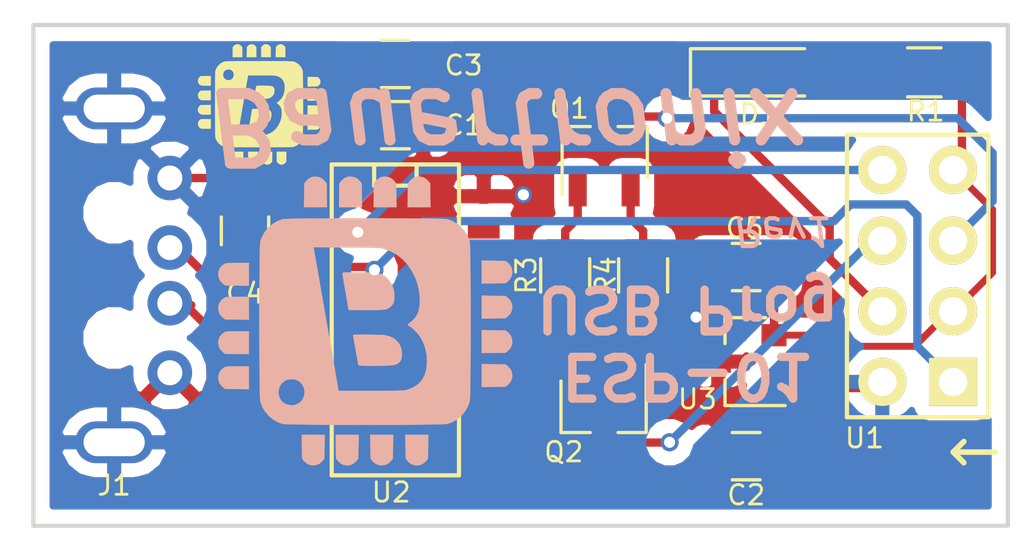
<source format=kicad_pcb>
(kicad_pcb (version 4) (host pcbnew 4.0.7-e2-6376~58~ubuntu16.04.1)

  (general
    (links 34)
    (no_connects 0)
    (area 121.424999 81.924999 156.575001 100.075001)
    (thickness 1.6)
    (drawings 7)
    (tracks 105)
    (zones 0)
    (modules 17)
    (nets 24)
  )

  (page A4)
  (layers
    (0 F.Cu signal)
    (31 B.Cu signal)
    (32 B.Adhes user)
    (33 F.Adhes user)
    (34 B.Paste user)
    (35 F.Paste user)
    (36 B.SilkS user)
    (37 F.SilkS user)
    (38 B.Mask user)
    (39 F.Mask user)
    (40 Dwgs.User user)
    (41 Cmts.User user)
    (42 Eco1.User user)
    (43 Eco2.User user)
    (44 Edge.Cuts user)
    (45 Margin user)
    (46 B.CrtYd user)
    (47 F.CrtYd user)
    (48 B.Fab user)
    (49 F.Fab user)
  )

  (setup
    (last_trace_width 0.3)
    (user_trace_width 0.25)
    (user_trace_width 0.3)
    (user_trace_width 0.35)
    (user_trace_width 0.4)
    (trace_clearance 0.2)
    (zone_clearance 0.508)
    (zone_45_only no)
    (trace_min 0.2)
    (segment_width 0.2)
    (edge_width 0.15)
    (via_size 0.6)
    (via_drill 0.4)
    (via_min_size 0.4)
    (via_min_drill 0.3)
    (user_via 0.6 0.4)
    (user_via 0.65 0.4)
    (user_via 0.7 0.5)
    (user_via 0.9 0.7)
    (user_via 1 0.8)
    (uvia_size 0.3)
    (uvia_drill 0.1)
    (uvias_allowed no)
    (uvia_min_size 0.2)
    (uvia_min_drill 0.1)
    (pcb_text_width 0.3)
    (pcb_text_size 1.5 1.5)
    (mod_edge_width 0.15)
    (mod_text_size 1 1)
    (mod_text_width 0.15)
    (pad_size 1.524 1.524)
    (pad_drill 0.762)
    (pad_to_mask_clearance 0.2)
    (aux_axis_origin 0 0)
    (visible_elements FFFFFF7F)
    (pcbplotparams
      (layerselection 0x010f0_80000001)
      (usegerberextensions true)
      (excludeedgelayer true)
      (linewidth 0.100000)
      (plotframeref false)
      (viasonmask false)
      (mode 1)
      (useauxorigin false)
      (hpglpennumber 1)
      (hpglpenspeed 20)
      (hpglpendiameter 15)
      (hpglpenoverlay 2)
      (psnegative false)
      (psa4output false)
      (plotreference true)
      (plotvalue true)
      (plotinvisibletext false)
      (padsonsilk false)
      (subtractmaskfromsilk false)
      (outputformat 1)
      (mirror false)
      (drillshape 0)
      (scaleselection 1)
      (outputdirectory oneboard-gerbers/))
  )

  (net 0 "")
  (net 1 +5V)
  (net 2 GND)
  (net 3 "Net-(D1-Pad1)")
  (net 4 "Net-(D1-Pad2)")
  (net 5 /RTS)
  (net 6 /RESET)
  (net 7 /DTR)
  (net 8 /GPIO0)
  (net 9 +3V3)
  (net 10 /ESP_TX)
  (net 11 /ESP_RX)
  (net 12 "Net-(U2-Pad11)")
  (net 13 "Net-(U2-Pad12)")
  (net 14 /D+)
  (net 15 /D-)
  (net 16 "Net-(U2-Pad10)")
  (net 17 "Net-(U2-Pad9)")
  (net 18 "Net-(U2-Pad8)")
  (net 19 "Net-(U2-Pad7)")
  (net 20 "Net-(U2-Pad15)")
  (net 21 "Net-(C4-Pad1)")
  (net 22 "Net-(Q1-Pad1)")
  (net 23 "Net-(Q2-Pad1)")

  (net_class Default "This is the default net class."
    (clearance 0.2)
    (trace_width 0.25)
    (via_dia 0.6)
    (via_drill 0.4)
    (uvia_dia 0.3)
    (uvia_drill 0.1)
    (add_net +3V3)
    (add_net +5V)
    (add_net /D+)
    (add_net /D-)
    (add_net /DTR)
    (add_net /ESP_RX)
    (add_net /ESP_TX)
    (add_net /GPIO0)
    (add_net /RESET)
    (add_net /RTS)
    (add_net GND)
    (add_net "Net-(C4-Pad1)")
    (add_net "Net-(D1-Pad1)")
    (add_net "Net-(D1-Pad2)")
    (add_net "Net-(Q1-Pad1)")
    (add_net "Net-(Q2-Pad1)")
    (add_net "Net-(U2-Pad10)")
    (add_net "Net-(U2-Pad11)")
    (add_net "Net-(U2-Pad12)")
    (add_net "Net-(U2-Pad15)")
    (add_net "Net-(U2-Pad7)")
    (add_net "Net-(U2-Pad8)")
    (add_net "Net-(U2-Pad9)")
  )

  (module Resistors_SMD:R_0805 (layer F.Cu) (tedit 5B1D80F1) (tstamp 5B1886ED)
    (at 143.4 91 270)
    (descr "Resistor SMD 0805, reflow soldering, Vishay (see dcrcw.pdf)")
    (tags "resistor 0805")
    (path /5A905103)
    (attr smd)
    (fp_text reference R4 (at 0 1.35 270) (layer F.SilkS)
      (effects (font (size 0.7 0.7) (thickness 0.1)))
    )
    (fp_text value 12K (at 0 1.75 270) (layer F.Fab) hide
      (effects (font (size 1 1) (thickness 0.15)))
    )
    (fp_text user %R (at 0 0 270) (layer F.Fab)
      (effects (font (size 0.5 0.5) (thickness 0.075)))
    )
    (fp_line (start -1 0.62) (end -1 -0.62) (layer F.Fab) (width 0.1))
    (fp_line (start 1 0.62) (end -1 0.62) (layer F.Fab) (width 0.1))
    (fp_line (start 1 -0.62) (end 1 0.62) (layer F.Fab) (width 0.1))
    (fp_line (start -1 -0.62) (end 1 -0.62) (layer F.Fab) (width 0.1))
    (fp_line (start 0.6 0.88) (end -0.6 0.88) (layer F.SilkS) (width 0.12))
    (fp_line (start -0.6 -0.88) (end 0.6 -0.88) (layer F.SilkS) (width 0.12))
    (fp_line (start -1.55 -0.9) (end 1.55 -0.9) (layer F.CrtYd) (width 0.05))
    (fp_line (start -1.55 -0.9) (end -1.55 0.9) (layer F.CrtYd) (width 0.05))
    (fp_line (start 1.55 0.9) (end 1.55 -0.9) (layer F.CrtYd) (width 0.05))
    (fp_line (start 1.55 0.9) (end -1.55 0.9) (layer F.CrtYd) (width 0.05))
    (pad 1 smd rect (at -0.95 0 270) (size 0.7 1.3) (layers F.Cu F.Paste F.Mask)
      (net 5 /RTS))
    (pad 2 smd rect (at 0.95 0 270) (size 0.7 1.3) (layers F.Cu F.Paste F.Mask)
      (net 23 "Net-(Q2-Pad1)"))
    (model ${KISYS3DMOD}/Resistors_SMD.3dshapes/R_0805.wrl
      (at (xyz 0 0 0))
      (scale (xyz 1 1 1))
      (rotate (xyz 0 0 0))
    )
  )

  (module ESP-01 (layer F.Cu) (tedit 5B1D80C4) (tstamp 5A905B07)
    (at 154.53 94.83 180)
    (descr "Module, ESP-8266, ESP-01, 8 pin")
    (tags "Module ESP-8266 ESP8266")
    (path /5A9041DD)
    (fp_text reference U1 (at 3.18 -2.02 180) (layer F.SilkS)
      (effects (font (size 0.7 0.7) (thickness 0.1)))
    )
    (fp_text value ESP-01v090 (at 12.192 3.556 180) (layer F.Fab) hide
      (effects (font (size 1 1) (thickness 0.15)))
    )
    (fp_text user ← (at -0.77 -2.37 180) (layer F.SilkS)
      (effects (font (size 2 2) (thickness 0.2)))
    )
    (fp_line (start -1.778 -3.302) (end 22.86 -3.302) (layer F.Fab) (width 0.05))
    (fp_line (start 22.86 -3.302) (end 22.86 10.922) (layer F.Fab) (width 0.05))
    (fp_line (start 22.86 10.922) (end -1.778 10.922) (layer F.Fab) (width 0.05))
    (fp_line (start -1.778 10.922) (end -1.778 -3.302) (layer F.Fab) (width 0.05))
    (fp_line (start 1.27 -1.27) (end -1.27 -1.27) (layer F.SilkS) (width 0.1524))
    (fp_line (start -1.27 -1.27) (end -1.27 1.27) (layer F.SilkS) (width 0.1524))
    (fp_line (start -1.75 -1.75) (end -1.75 9.4) (layer F.CrtYd) (width 0.05))
    (fp_line (start 4.3 -1.75) (end 4.3 9.4) (layer F.CrtYd) (width 0.05))
    (fp_line (start -1.75 -1.75) (end 4.3 -1.75) (layer F.CrtYd) (width 0.05))
    (fp_line (start -1.75 9.4) (end 4.3 9.4) (layer F.CrtYd) (width 0.05))
    (fp_line (start -1.27 1.27) (end -1.27 8.89) (layer F.SilkS) (width 0.1524))
    (fp_line (start -1.27 8.89) (end 3.81 8.89) (layer F.SilkS) (width 0.1524))
    (fp_line (start 3.81 8.89) (end 3.81 -1.27) (layer F.SilkS) (width 0.1524))
    (fp_line (start 3.81 -1.27) (end 1.27 -1.27) (layer F.SilkS) (width 0.1524))
    (pad 1 thru_hole rect (at 0 0 180) (size 1.7272 1.7272) (drill 1.016) (layers *.Cu *.Mask F.SilkS)
      (net 10 /ESP_TX))
    (pad 2 thru_hole oval (at 2.54 0 180) (size 1.7272 1.7272) (drill 1.016) (layers *.Cu *.Mask F.SilkS)
      (net 2 GND))
    (pad 3 thru_hole oval (at 0 2.54 180) (size 1.7272 1.7272) (drill 1.016) (layers *.Cu *.Mask F.SilkS)
      (net 9 +3V3))
    (pad 4 thru_hole oval (at 2.54 2.54 180) (size 1.7272 1.7272) (drill 1.016) (layers *.Cu *.Mask F.SilkS)
      (net 3 "Net-(D1-Pad1)"))
    (pad 5 thru_hole oval (at 0 5.08 180) (size 1.7272 1.7272) (drill 1.016) (layers *.Cu *.Mask F.SilkS)
      (net 6 /RESET))
    (pad 6 thru_hole oval (at 2.54 5.08 180) (size 1.7272 1.7272) (drill 1.016) (layers *.Cu *.Mask F.SilkS)
      (net 8 /GPIO0))
    (pad 7 thru_hole oval (at 0 7.62 180) (size 1.7272 1.7272) (drill 1.016) (layers *.Cu *.Mask F.SilkS)
      (net 9 +3V3))
    (pad 8 thru_hole oval (at 2.54 7.62 180) (size 1.7272 1.7272) (drill 1.016) (layers *.Cu *.Mask F.SilkS)
      (net 11 /ESP_RX))
  )

  (module TO_SOT_Packages_SMD:TSOT-23 (layer F.Cu) (tedit 5B1D8011) (tstamp 5A905AD6)
    (at 142 86.6 90)
    (descr "3-pin TSOT23 package, http://www.analog.com.tw/pdf/All_In_One.pdf")
    (tags TSOT-23)
    (path /5B1AF6D1)
    (attr smd)
    (fp_text reference Q1 (at 1.6 -1.25 180) (layer F.SilkS)
      (effects (font (size 0.7 0.7) (thickness 0.1)))
    )
    (fp_text value S8050-SOT23 (at 0 2.5 90) (layer F.Fab) hide
      (effects (font (size 1 1) (thickness 0.15)))
    )
    (fp_text user %R (at 0 0 180) (layer F.Fab)
      (effects (font (size 0.5 0.5) (thickness 0.075)))
    )
    (fp_line (start 0.95 0.5) (end 0.95 1.55) (layer F.SilkS) (width 0.12))
    (fp_line (start 0.95 1.55) (end -0.9 1.55) (layer F.SilkS) (width 0.12))
    (fp_line (start 0.95 -1.5) (end 0.95 -0.5) (layer F.SilkS) (width 0.12))
    (fp_line (start 0.93 -1.51) (end -1.5 -1.51) (layer F.SilkS) (width 0.12))
    (fp_line (start -0.88 -1) (end -0.43 -1.45) (layer F.Fab) (width 0.1))
    (fp_line (start 0.88 -1.45) (end -0.43 -1.45) (layer F.Fab) (width 0.1))
    (fp_line (start -0.88 -1) (end -0.88 1.45) (layer F.Fab) (width 0.1))
    (fp_line (start 0.88 1.45) (end -0.88 1.45) (layer F.Fab) (width 0.1))
    (fp_line (start 0.88 -1.45) (end 0.88 1.45) (layer F.Fab) (width 0.1))
    (fp_line (start -2.17 -1.7) (end 2.17 -1.7) (layer F.CrtYd) (width 0.05))
    (fp_line (start -2.17 -1.7) (end -2.17 1.7) (layer F.CrtYd) (width 0.05))
    (fp_line (start 2.17 1.7) (end 2.17 -1.7) (layer F.CrtYd) (width 0.05))
    (fp_line (start 2.17 1.7) (end -2.17 1.7) (layer F.CrtYd) (width 0.05))
    (pad 1 smd rect (at -1.31 -0.95 90) (size 1.22 0.65) (layers F.Cu F.Paste F.Mask)
      (net 22 "Net-(Q1-Pad1)"))
    (pad 2 smd rect (at -1.31 0.95 90) (size 1.22 0.65) (layers F.Cu F.Paste F.Mask)
      (net 5 /RTS))
    (pad 3 smd rect (at 1.31 0 90) (size 1.22 0.65) (layers F.Cu F.Paste F.Mask)
      (net 6 /RESET))
    (model ${KISYS3DMOD}/TO_SOT_Packages_SMD.3dshapes/TSOT-23.wrl
      (at (xyz 0 0 0))
      (scale (xyz 1 1 1))
      (rotate (xyz 0 0 0))
    )
  )

  (module TO_SOT_Packages_SMD:TSOT-23 (layer F.Cu) (tedit 5B1D7FFA) (tstamp 5A905ADD)
    (at 142 95.7 270)
    (descr "3-pin TSOT23 package, http://www.analog.com.tw/pdf/All_In_One.pdf")
    (tags TSOT-23)
    (path /5B1AF3BA)
    (attr smd)
    (fp_text reference Q2 (at 1.65 1.45 360) (layer F.SilkS)
      (effects (font (size 0.7 0.7) (thickness 0.1)))
    )
    (fp_text value S8050-SOT23 (at 0 2.5 270) (layer F.Fab) hide
      (effects (font (size 1 1) (thickness 0.15)))
    )
    (fp_text user %R (at 0 0 360) (layer F.Fab)
      (effects (font (size 0.5 0.5) (thickness 0.075)))
    )
    (fp_line (start 0.95 0.5) (end 0.95 1.55) (layer F.SilkS) (width 0.12))
    (fp_line (start 0.95 1.55) (end -0.9 1.55) (layer F.SilkS) (width 0.12))
    (fp_line (start 0.95 -1.5) (end 0.95 -0.5) (layer F.SilkS) (width 0.12))
    (fp_line (start 0.93 -1.51) (end -1.5 -1.51) (layer F.SilkS) (width 0.12))
    (fp_line (start -0.88 -1) (end -0.43 -1.45) (layer F.Fab) (width 0.1))
    (fp_line (start 0.88 -1.45) (end -0.43 -1.45) (layer F.Fab) (width 0.1))
    (fp_line (start -0.88 -1) (end -0.88 1.45) (layer F.Fab) (width 0.1))
    (fp_line (start 0.88 1.45) (end -0.88 1.45) (layer F.Fab) (width 0.1))
    (fp_line (start 0.88 -1.45) (end 0.88 1.45) (layer F.Fab) (width 0.1))
    (fp_line (start -2.17 -1.7) (end 2.17 -1.7) (layer F.CrtYd) (width 0.05))
    (fp_line (start -2.17 -1.7) (end -2.17 1.7) (layer F.CrtYd) (width 0.05))
    (fp_line (start 2.17 1.7) (end 2.17 -1.7) (layer F.CrtYd) (width 0.05))
    (fp_line (start 2.17 1.7) (end -2.17 1.7) (layer F.CrtYd) (width 0.05))
    (pad 1 smd rect (at -1.31 -0.95 270) (size 1.22 0.65) (layers F.Cu F.Paste F.Mask)
      (net 23 "Net-(Q2-Pad1)"))
    (pad 2 smd rect (at -1.31 0.95 270) (size 1.22 0.65) (layers F.Cu F.Paste F.Mask)
      (net 7 /DTR))
    (pad 3 smd rect (at 1.31 0 270) (size 1.22 0.65) (layers F.Cu F.Paste F.Mask)
      (net 8 /GPIO0))
    (model ${KISYS3DMOD}/TO_SOT_Packages_SMD.3dshapes/TSOT-23.wrl
      (at (xyz 0 0 0))
      (scale (xyz 1 1 1))
      (rotate (xyz 0 0 0))
    )
  )

  (module SMD_Packages:SO-16-N (layer F.Cu) (tedit 5B1D8176) (tstamp 5A906140)
    (at 134.5 92.6 270)
    (descr "Module CMS SOJ 16 pins large")
    (tags "CMS SOJ")
    (path /5A9082D3)
    (attr smd)
    (fp_text reference U2 (at 6.2 0.15 360) (layer F.SilkS)
      (effects (font (size 0.7 0.7) (thickness 0.1)))
    )
    (fp_text value CH340C (at 0 0.1 270) (layer F.Fab)
      (effects (font (size 1 1) (thickness 0.15)))
    )
    (fp_line (start -5.588 -0.762) (end -4.826 -0.762) (layer F.SilkS) (width 0.15))
    (fp_line (start -4.826 -0.762) (end -4.826 0.762) (layer F.SilkS) (width 0.15))
    (fp_line (start -4.826 0.762) (end -5.588 0.762) (layer F.SilkS) (width 0.15))
    (fp_line (start 5.588 -2.286) (end 5.588 2.286) (layer F.SilkS) (width 0.15))
    (fp_line (start 5.588 2.286) (end -5.588 2.286) (layer F.SilkS) (width 0.15))
    (fp_line (start -5.588 2.286) (end -5.588 -2.286) (layer F.SilkS) (width 0.15))
    (fp_line (start -5.588 -2.286) (end 5.588 -2.286) (layer F.SilkS) (width 0.15))
    (pad 16 smd rect (at -4.445 -3.175 270) (size 0.508 1.143) (layers F.Cu F.Paste F.Mask)
      (net 1 +5V))
    (pad 14 smd rect (at -1.905 -3.175 270) (size 0.508 1.143) (layers F.Cu F.Paste F.Mask)
      (net 5 /RTS))
    (pad 13 smd rect (at -0.635 -3.175 270) (size 0.508 1.143) (layers F.Cu F.Paste F.Mask)
      (net 7 /DTR))
    (pad 12 smd rect (at 0.635 -3.175 270) (size 0.508 1.143) (layers F.Cu F.Paste F.Mask)
      (net 13 "Net-(U2-Pad12)"))
    (pad 11 smd rect (at 1.905 -3.175 270) (size 0.508 1.143) (layers F.Cu F.Paste F.Mask)
      (net 12 "Net-(U2-Pad11)"))
    (pad 10 smd rect (at 3.175 -3.175 270) (size 0.508 1.143) (layers F.Cu F.Paste F.Mask)
      (net 16 "Net-(U2-Pad10)"))
    (pad 9 smd rect (at 4.445 -3.175 270) (size 0.508 1.143) (layers F.Cu F.Paste F.Mask)
      (net 17 "Net-(U2-Pad9)"))
    (pad 8 smd rect (at 4.445 3.175 270) (size 0.508 1.143) (layers F.Cu F.Paste F.Mask)
      (net 18 "Net-(U2-Pad8)"))
    (pad 7 smd rect (at 3.175 3.175 270) (size 0.508 1.143) (layers F.Cu F.Paste F.Mask)
      (net 19 "Net-(U2-Pad7)"))
    (pad 6 smd rect (at 1.905 3.175 270) (size 0.508 1.143) (layers F.Cu F.Paste F.Mask)
      (net 15 /D-))
    (pad 5 smd rect (at 0.635 3.175 270) (size 0.508 1.143) (layers F.Cu F.Paste F.Mask)
      (net 14 /D+))
    (pad 4 smd rect (at -0.635 3.175 270) (size 0.508 1.143) (layers F.Cu F.Paste F.Mask)
      (net 21 "Net-(C4-Pad1)"))
    (pad 3 smd rect (at -1.905 3.175 270) (size 0.508 1.143) (layers F.Cu F.Paste F.Mask)
      (net 10 /ESP_TX))
    (pad 2 smd rect (at -3.175 3.175 270) (size 0.508 1.143) (layers F.Cu F.Paste F.Mask)
      (net 11 /ESP_RX))
    (pad 1 smd rect (at -4.445 3.175 270) (size 0.508 1.143) (layers F.Cu F.Paste F.Mask)
      (net 2 GND))
    (pad 15 smd rect (at -3.175 -3.175 270) (size 0.508 1.143) (layers F.Cu F.Paste F.Mask)
      (net 20 "Net-(U2-Pad15)"))
    (model SMD_Packages.3dshapes/SO-16-N.wrl
      (at (xyz 0 0 0))
      (scale (xyz 0.5 0.4 0.5))
      (rotate (xyz 0 0 0))
    )
  )

  (module TO_SOT_Packages_SMD:SOT-23 (layer F.Cu) (tedit 5B1D80D6) (tstamp 5B1884D4)
    (at 147.1 94.1 180)
    (descr "SOT-23, Standard")
    (tags SOT-23)
    (path /5B18860B)
    (attr smd)
    (fp_text reference U3 (at 1.75 -1.35 180) (layer F.SilkS)
      (effects (font (size 0.7 0.7) (thickness 0.1)))
    )
    (fp_text value "662K LDO SOT23" (at 0 2.5 180) (layer F.Fab) hide
      (effects (font (size 1 1) (thickness 0.15)))
    )
    (fp_text user %R (at 0 0 270) (layer F.Fab)
      (effects (font (size 0.5 0.5) (thickness 0.075)))
    )
    (fp_line (start -0.7 -0.95) (end -0.7 1.5) (layer F.Fab) (width 0.1))
    (fp_line (start -0.15 -1.52) (end 0.7 -1.52) (layer F.Fab) (width 0.1))
    (fp_line (start -0.7 -0.95) (end -0.15 -1.52) (layer F.Fab) (width 0.1))
    (fp_line (start 0.7 -1.52) (end 0.7 1.52) (layer F.Fab) (width 0.1))
    (fp_line (start -0.7 1.52) (end 0.7 1.52) (layer F.Fab) (width 0.1))
    (fp_line (start 0.76 1.58) (end 0.76 0.65) (layer F.SilkS) (width 0.12))
    (fp_line (start 0.76 -1.58) (end 0.76 -0.65) (layer F.SilkS) (width 0.12))
    (fp_line (start -1.7 -1.75) (end 1.7 -1.75) (layer F.CrtYd) (width 0.05))
    (fp_line (start 1.7 -1.75) (end 1.7 1.75) (layer F.CrtYd) (width 0.05))
    (fp_line (start 1.7 1.75) (end -1.7 1.75) (layer F.CrtYd) (width 0.05))
    (fp_line (start -1.7 1.75) (end -1.7 -1.75) (layer F.CrtYd) (width 0.05))
    (fp_line (start 0.76 -1.58) (end -1.4 -1.58) (layer F.SilkS) (width 0.12))
    (fp_line (start 0.76 1.58) (end -0.7 1.58) (layer F.SilkS) (width 0.12))
    (pad 1 smd rect (at -1 -0.95 180) (size 0.9 0.8) (layers F.Cu F.Paste F.Mask)
      (net 2 GND))
    (pad 2 smd rect (at -1 0.95 180) (size 0.9 0.8) (layers F.Cu F.Paste F.Mask)
      (net 9 +3V3))
    (pad 3 smd rect (at 1 0 180) (size 0.9 0.8) (layers F.Cu F.Paste F.Mask)
      (net 1 +5V))
    (model ${KISYS3DMOD}/TO_SOT_Packages_SMD.3dshapes/SOT-23.wrl
      (at (xyz 0 0 0))
      (scale (xyz 1 1 1))
      (rotate (xyz 0 0 0))
    )
  )

  (module Capacitors_SMD:C_0805 (layer F.Cu) (tedit 5B1D8313) (tstamp 5B1886B7)
    (at 134.5 85.6 180)
    (descr "Capacitor SMD 0805, reflow soldering, AVX (see smccp.pdf)")
    (tags "capacitor 0805")
    (path /5A906733)
    (attr smd)
    (fp_text reference C1 (at -2.45 0 180) (layer F.SilkS)
      (effects (font (size 0.7 0.7) (thickness 0.1)))
    )
    (fp_text value 2.2uF (at 0 1.75 180) (layer F.Fab) hide
      (effects (font (size 1 1) (thickness 0.15)))
    )
    (fp_text user %R (at 0 -1.5 180) (layer F.Fab) hide
      (effects (font (size 1 1) (thickness 0.15)))
    )
    (fp_line (start -1 0.62) (end -1 -0.62) (layer F.Fab) (width 0.1))
    (fp_line (start 1 0.62) (end -1 0.62) (layer F.Fab) (width 0.1))
    (fp_line (start 1 -0.62) (end 1 0.62) (layer F.Fab) (width 0.1))
    (fp_line (start -1 -0.62) (end 1 -0.62) (layer F.Fab) (width 0.1))
    (fp_line (start 0.5 -0.85) (end -0.5 -0.85) (layer F.SilkS) (width 0.12))
    (fp_line (start -0.5 0.85) (end 0.5 0.85) (layer F.SilkS) (width 0.12))
    (fp_line (start -1.75 -0.88) (end 1.75 -0.88) (layer F.CrtYd) (width 0.05))
    (fp_line (start -1.75 -0.88) (end -1.75 0.87) (layer F.CrtYd) (width 0.05))
    (fp_line (start 1.75 0.87) (end 1.75 -0.88) (layer F.CrtYd) (width 0.05))
    (fp_line (start 1.75 0.87) (end -1.75 0.87) (layer F.CrtYd) (width 0.05))
    (pad 1 smd rect (at -1 0 180) (size 1 1.25) (layers F.Cu F.Paste F.Mask)
      (net 1 +5V))
    (pad 2 smd rect (at 1 0 180) (size 1 1.25) (layers F.Cu F.Paste F.Mask)
      (net 2 GND))
    (model Capacitors_SMD.3dshapes/C_0805.wrl
      (at (xyz 0 0 0))
      (scale (xyz 1 1 1))
      (rotate (xyz 0 0 0))
    )
  )

  (module Capacitors_SMD:C_0805 (layer F.Cu) (tedit 5B1D80B8) (tstamp 5B1886BC)
    (at 147.1 97.5)
    (descr "Capacitor SMD 0805, reflow soldering, AVX (see smccp.pdf)")
    (tags "capacitor 0805")
    (path /5B1887B2)
    (attr smd)
    (fp_text reference C2 (at 0 1.4) (layer F.SilkS)
      (effects (font (size 0.7 0.7) (thickness 0.1)))
    )
    (fp_text value 2.2uF (at 0 1.75) (layer F.Fab) hide
      (effects (font (size 1 1) (thickness 0.15)))
    )
    (fp_text user %R (at 0 -1.5) (layer F.Fab) hide
      (effects (font (size 1 1) (thickness 0.15)))
    )
    (fp_line (start -1 0.62) (end -1 -0.62) (layer F.Fab) (width 0.1))
    (fp_line (start 1 0.62) (end -1 0.62) (layer F.Fab) (width 0.1))
    (fp_line (start 1 -0.62) (end 1 0.62) (layer F.Fab) (width 0.1))
    (fp_line (start -1 -0.62) (end 1 -0.62) (layer F.Fab) (width 0.1))
    (fp_line (start 0.5 -0.85) (end -0.5 -0.85) (layer F.SilkS) (width 0.12))
    (fp_line (start -0.5 0.85) (end 0.5 0.85) (layer F.SilkS) (width 0.12))
    (fp_line (start -1.75 -0.88) (end 1.75 -0.88) (layer F.CrtYd) (width 0.05))
    (fp_line (start -1.75 -0.88) (end -1.75 0.87) (layer F.CrtYd) (width 0.05))
    (fp_line (start 1.75 0.87) (end 1.75 -0.88) (layer F.CrtYd) (width 0.05))
    (fp_line (start 1.75 0.87) (end -1.75 0.87) (layer F.CrtYd) (width 0.05))
    (pad 1 smd rect (at -1 0) (size 1 1.25) (layers F.Cu F.Paste F.Mask)
      (net 1 +5V))
    (pad 2 smd rect (at 1 0) (size 1 1.25) (layers F.Cu F.Paste F.Mask)
      (net 2 GND))
    (model Capacitors_SMD.3dshapes/C_0805.wrl
      (at (xyz 0 0 0))
      (scale (xyz 1 1 1))
      (rotate (xyz 0 0 0))
    )
  )

  (module Capacitors_SMD:C_0805 (layer F.Cu) (tedit 5B1D830E) (tstamp 5B1886C1)
    (at 134.5 83.4 180)
    (descr "Capacitor SMD 0805, reflow soldering, AVX (see smccp.pdf)")
    (tags "capacitor 0805")
    (path /5A9066D3)
    (attr smd)
    (fp_text reference C3 (at -2.45 -0.05 180) (layer F.SilkS)
      (effects (font (size 0.7 0.7) (thickness 0.1)))
    )
    (fp_text value 100nF (at 0 1.75 180) (layer F.Fab) hide
      (effects (font (size 1 1) (thickness 0.15)))
    )
    (fp_text user %R (at 0 -1.5 180) (layer F.Fab) hide
      (effects (font (size 1 1) (thickness 0.15)))
    )
    (fp_line (start -1 0.62) (end -1 -0.62) (layer F.Fab) (width 0.1))
    (fp_line (start 1 0.62) (end -1 0.62) (layer F.Fab) (width 0.1))
    (fp_line (start 1 -0.62) (end 1 0.62) (layer F.Fab) (width 0.1))
    (fp_line (start -1 -0.62) (end 1 -0.62) (layer F.Fab) (width 0.1))
    (fp_line (start 0.5 -0.85) (end -0.5 -0.85) (layer F.SilkS) (width 0.12))
    (fp_line (start -0.5 0.85) (end 0.5 0.85) (layer F.SilkS) (width 0.12))
    (fp_line (start -1.75 -0.88) (end 1.75 -0.88) (layer F.CrtYd) (width 0.05))
    (fp_line (start -1.75 -0.88) (end -1.75 0.87) (layer F.CrtYd) (width 0.05))
    (fp_line (start 1.75 0.87) (end 1.75 -0.88) (layer F.CrtYd) (width 0.05))
    (fp_line (start 1.75 0.87) (end -1.75 0.87) (layer F.CrtYd) (width 0.05))
    (pad 1 smd rect (at -1 0 180) (size 1 1.25) (layers F.Cu F.Paste F.Mask)
      (net 1 +5V))
    (pad 2 smd rect (at 1 0 180) (size 1 1.25) (layers F.Cu F.Paste F.Mask)
      (net 2 GND))
    (model Capacitors_SMD.3dshapes/C_0805.wrl
      (at (xyz 0 0 0))
      (scale (xyz 1 1 1))
      (rotate (xyz 0 0 0))
    )
  )

  (module Capacitors_SMD:C_0805 (layer F.Cu) (tedit 5B1D8306) (tstamp 5B1886C6)
    (at 129.1 89.4 90)
    (descr "Capacitor SMD 0805, reflow soldering, AVX (see smccp.pdf)")
    (tags "capacitor 0805")
    (path /5A904BA0)
    (attr smd)
    (fp_text reference C4 (at -2.25 0 180) (layer F.SilkS)
      (effects (font (size 0.7 0.7) (thickness 0.1)))
    )
    (fp_text value 10nF (at 0 1.75 90) (layer F.Fab) hide
      (effects (font (size 1 1) (thickness 0.15)))
    )
    (fp_text user %R (at 0 -1.5 90) (layer F.Fab) hide
      (effects (font (size 1 1) (thickness 0.15)))
    )
    (fp_line (start -1 0.62) (end -1 -0.62) (layer F.Fab) (width 0.1))
    (fp_line (start 1 0.62) (end -1 0.62) (layer F.Fab) (width 0.1))
    (fp_line (start 1 -0.62) (end 1 0.62) (layer F.Fab) (width 0.1))
    (fp_line (start -1 -0.62) (end 1 -0.62) (layer F.Fab) (width 0.1))
    (fp_line (start 0.5 -0.85) (end -0.5 -0.85) (layer F.SilkS) (width 0.12))
    (fp_line (start -0.5 0.85) (end 0.5 0.85) (layer F.SilkS) (width 0.12))
    (fp_line (start -1.75 -0.88) (end 1.75 -0.88) (layer F.CrtYd) (width 0.05))
    (fp_line (start -1.75 -0.88) (end -1.75 0.87) (layer F.CrtYd) (width 0.05))
    (fp_line (start 1.75 0.87) (end 1.75 -0.88) (layer F.CrtYd) (width 0.05))
    (fp_line (start 1.75 0.87) (end -1.75 0.87) (layer F.CrtYd) (width 0.05))
    (pad 1 smd rect (at -1 0 90) (size 1 1.25) (layers F.Cu F.Paste F.Mask)
      (net 21 "Net-(C4-Pad1)"))
    (pad 2 smd rect (at 1 0 90) (size 1 1.25) (layers F.Cu F.Paste F.Mask)
      (net 2 GND))
    (model Capacitors_SMD.3dshapes/C_0805.wrl
      (at (xyz 0 0 0))
      (scale (xyz 1 1 1))
      (rotate (xyz 0 0 0))
    )
  )

  (module Capacitors_SMD:C_0805 (layer F.Cu) (tedit 5B1D80A7) (tstamp 5B1886CB)
    (at 147.1 90.7 180)
    (descr "Capacitor SMD 0805, reflow soldering, AVX (see smccp.pdf)")
    (tags "capacitor 0805")
    (path /5B1888C0)
    (attr smd)
    (fp_text reference C5 (at 0.05 1.4 180) (layer F.SilkS)
      (effects (font (size 0.7 0.7) (thickness 0.1)))
    )
    (fp_text value 2.2uF (at 0 1.75 180) (layer F.Fab) hide
      (effects (font (size 1 1) (thickness 0.15)))
    )
    (fp_text user %R (at 0 -1.5 180) (layer F.Fab) hide
      (effects (font (size 1 1) (thickness 0.15)))
    )
    (fp_line (start -1 0.62) (end -1 -0.62) (layer F.Fab) (width 0.1))
    (fp_line (start 1 0.62) (end -1 0.62) (layer F.Fab) (width 0.1))
    (fp_line (start 1 -0.62) (end 1 0.62) (layer F.Fab) (width 0.1))
    (fp_line (start -1 -0.62) (end 1 -0.62) (layer F.Fab) (width 0.1))
    (fp_line (start 0.5 -0.85) (end -0.5 -0.85) (layer F.SilkS) (width 0.12))
    (fp_line (start -0.5 0.85) (end 0.5 0.85) (layer F.SilkS) (width 0.12))
    (fp_line (start -1.75 -0.88) (end 1.75 -0.88) (layer F.CrtYd) (width 0.05))
    (fp_line (start -1.75 -0.88) (end -1.75 0.87) (layer F.CrtYd) (width 0.05))
    (fp_line (start 1.75 0.87) (end 1.75 -0.88) (layer F.CrtYd) (width 0.05))
    (fp_line (start 1.75 0.87) (end -1.75 0.87) (layer F.CrtYd) (width 0.05))
    (pad 1 smd rect (at -1 0 180) (size 1 1.25) (layers F.Cu F.Paste F.Mask)
      (net 9 +3V3))
    (pad 2 smd rect (at 1 0 180) (size 1 1.25) (layers F.Cu F.Paste F.Mask)
      (net 2 GND))
    (model Capacitors_SMD.3dshapes/C_0805.wrl
      (at (xyz 0 0 0))
      (scale (xyz 1 1 1))
      (rotate (xyz 0 0 0))
    )
  )

  (module LEDs:LED_1206 (layer F.Cu) (tedit 5B1D815D) (tstamp 5B1886D0)
    (at 147.6 83.7)
    (descr "LED 1206 smd package")
    (tags "LED led 1206 SMD smd SMT smt smdled SMDLED smtled SMTLED")
    (path /5A90A4A3)
    (attr smd)
    (fp_text reference D1 (at -0.05 1.5) (layer F.SilkS)
      (effects (font (size 0.7 0.7) (thickness 0.1)))
    )
    (fp_text value D1 (at 0 1.7) (layer F.Fab) hide
      (effects (font (size 0.7 0.7) (thickness 0.15)))
    )
    (fp_line (start -2.5 -0.85) (end -2.5 0.85) (layer F.SilkS) (width 0.12))
    (fp_line (start -0.45 -0.4) (end -0.45 0.4) (layer F.Fab) (width 0.1))
    (fp_line (start -0.4 0) (end 0.2 -0.4) (layer F.Fab) (width 0.1))
    (fp_line (start 0.2 0.4) (end -0.4 0) (layer F.Fab) (width 0.1))
    (fp_line (start 0.2 -0.4) (end 0.2 0.4) (layer F.Fab) (width 0.1))
    (fp_line (start 1.6 0.8) (end -1.6 0.8) (layer F.Fab) (width 0.1))
    (fp_line (start 1.6 -0.8) (end 1.6 0.8) (layer F.Fab) (width 0.1))
    (fp_line (start -1.6 -0.8) (end 1.6 -0.8) (layer F.Fab) (width 0.1))
    (fp_line (start -1.6 0.8) (end -1.6 -0.8) (layer F.Fab) (width 0.1))
    (fp_line (start -2.45 0.85) (end 1.6 0.85) (layer F.SilkS) (width 0.12))
    (fp_line (start -2.45 -0.85) (end 1.6 -0.85) (layer F.SilkS) (width 0.12))
    (fp_line (start 2.65 -1) (end 2.65 1) (layer F.CrtYd) (width 0.05))
    (fp_line (start 2.65 1) (end -2.65 1) (layer F.CrtYd) (width 0.05))
    (fp_line (start -2.65 1) (end -2.65 -1) (layer F.CrtYd) (width 0.05))
    (fp_line (start -2.65 -1) (end 2.65 -1) (layer F.CrtYd) (width 0.05))
    (pad 2 smd rect (at 1.65 0 180) (size 1.5 1.5) (layers F.Cu F.Paste F.Mask)
      (net 4 "Net-(D1-Pad2)"))
    (pad 1 smd rect (at -1.65 0 180) (size 1.5 1.5) (layers F.Cu F.Paste F.Mask)
      (net 3 "Net-(D1-Pad1)"))
    (model ${KISYS3DMOD}/LEDs.3dshapes/LED_1206.wrl
      (at (xyz 0 0 0))
      (scale (xyz 1 1 1))
      (rotate (xyz 0 0 180))
    )
  )

  (module Resistors_SMD:R_0805 (layer F.Cu) (tedit 5B1D8163) (tstamp 5B1886DE)
    (at 153.5 83.7)
    (descr "Resistor SMD 0805, reflow soldering, Vishay (see dcrcw.pdf)")
    (tags "resistor 0805")
    (path /5A90A534)
    (attr smd)
    (fp_text reference R1 (at 0.05 1.4) (layer F.SilkS)
      (effects (font (size 0.7 0.7) (thickness 0.1)))
    )
    (fp_text value 1K (at 0 1.75) (layer F.Fab) hide
      (effects (font (size 1 1) (thickness 0.15)))
    )
    (fp_text user %R (at 0 0) (layer F.Fab)
      (effects (font (size 0.5 0.5) (thickness 0.075)))
    )
    (fp_line (start -1 0.62) (end -1 -0.62) (layer F.Fab) (width 0.1))
    (fp_line (start 1 0.62) (end -1 0.62) (layer F.Fab) (width 0.1))
    (fp_line (start 1 -0.62) (end 1 0.62) (layer F.Fab) (width 0.1))
    (fp_line (start -1 -0.62) (end 1 -0.62) (layer F.Fab) (width 0.1))
    (fp_line (start 0.6 0.88) (end -0.6 0.88) (layer F.SilkS) (width 0.12))
    (fp_line (start -0.6 -0.88) (end 0.6 -0.88) (layer F.SilkS) (width 0.12))
    (fp_line (start -1.55 -0.9) (end 1.55 -0.9) (layer F.CrtYd) (width 0.05))
    (fp_line (start -1.55 -0.9) (end -1.55 0.9) (layer F.CrtYd) (width 0.05))
    (fp_line (start 1.55 0.9) (end 1.55 -0.9) (layer F.CrtYd) (width 0.05))
    (fp_line (start 1.55 0.9) (end -1.55 0.9) (layer F.CrtYd) (width 0.05))
    (pad 1 smd rect (at -0.95 0) (size 0.7 1.3) (layers F.Cu F.Paste F.Mask)
      (net 4 "Net-(D1-Pad2)"))
    (pad 2 smd rect (at 0.95 0) (size 0.7 1.3) (layers F.Cu F.Paste F.Mask)
      (net 9 +3V3))
    (model ${KISYS3DMOD}/Resistors_SMD.3dshapes/R_0805.wrl
      (at (xyz 0 0 0))
      (scale (xyz 1 1 1))
      (rotate (xyz 0 0 0))
    )
  )

  (module Resistors_SMD:R_0805 (layer F.Cu) (tedit 5B1D80E8) (tstamp 5B1886E8)
    (at 140.6 91 90)
    (descr "Resistor SMD 0805, reflow soldering, Vishay (see dcrcw.pdf)")
    (tags "resistor 0805")
    (path /5A90504A)
    (attr smd)
    (fp_text reference R3 (at 0 -1.4 90) (layer F.SilkS)
      (effects (font (size 0.7 0.7) (thickness 0.1)))
    )
    (fp_text value 12K (at 0 1.75 90) (layer F.Fab) hide
      (effects (font (size 1 1) (thickness 0.15)))
    )
    (fp_text user %R (at 0 0 90) (layer F.Fab)
      (effects (font (size 0.5 0.5) (thickness 0.075)))
    )
    (fp_line (start -1 0.62) (end -1 -0.62) (layer F.Fab) (width 0.1))
    (fp_line (start 1 0.62) (end -1 0.62) (layer F.Fab) (width 0.1))
    (fp_line (start 1 -0.62) (end 1 0.62) (layer F.Fab) (width 0.1))
    (fp_line (start -1 -0.62) (end 1 -0.62) (layer F.Fab) (width 0.1))
    (fp_line (start 0.6 0.88) (end -0.6 0.88) (layer F.SilkS) (width 0.12))
    (fp_line (start -0.6 -0.88) (end 0.6 -0.88) (layer F.SilkS) (width 0.12))
    (fp_line (start -1.55 -0.9) (end 1.55 -0.9) (layer F.CrtYd) (width 0.05))
    (fp_line (start -1.55 -0.9) (end -1.55 0.9) (layer F.CrtYd) (width 0.05))
    (fp_line (start 1.55 0.9) (end 1.55 -0.9) (layer F.CrtYd) (width 0.05))
    (fp_line (start 1.55 0.9) (end -1.55 0.9) (layer F.CrtYd) (width 0.05))
    (pad 1 smd rect (at -0.95 0 90) (size 0.7 1.3) (layers F.Cu F.Paste F.Mask)
      (net 7 /DTR))
    (pad 2 smd rect (at 0.95 0 90) (size 0.7 1.3) (layers F.Cu F.Paste F.Mask)
      (net 22 "Net-(Q1-Pad1)"))
    (model ${KISYS3DMOD}/Resistors_SMD.3dshapes/R_0805.wrl
      (at (xyz 0 0 0))
      (scale (xyz 1 1 1))
      (rotate (xyz 0 0 0))
    )
  )

  (module usb-conn:USB_A_PCB (layer F.Cu) (tedit 5B1D81E0) (tstamp 5B19C43E)
    (at 126.4 90 270)
    (path /5A9047DA)
    (fp_text reference J1 (at 8.55 2 360) (layer F.SilkS)
      (effects (font (size 0.7 0.7) (thickness 0.1)))
    )
    (fp_text value USB_A (at 0.9 -2.2 270) (layer F.Fab) hide
      (effects (font (size 1 1) (thickness 0.15)))
    )
    (pad "" np_thru_hole circle (at 3.25 2 270) (size 1.2 1.2) (drill 1.2) (layers *.Cu *.Mask))
    (pad 5 thru_hole oval (at 7 2 270) (size 1.5 2.8) (drill oval 1 2.2) (layers *.Cu *.Mask)
      (net 2 GND))
    (pad "" np_thru_hole circle (at -1.25 2 270) (size 1.2 1.2) (drill 1.2) (layers *.Cu *.Mask))
    (pad 5 thru_hole oval (at -5 2 270) (size 1.5 2.8) (drill oval 1 2.2) (layers *.Cu *.Mask)
      (net 2 GND))
    (pad 4 thru_hole circle (at -2.5 0 270) (size 1.6 1.6) (drill 0.9) (layers *.Cu *.Mask)
      (net 2 GND))
    (pad 1 thru_hole circle (at 4.5 0 270) (size 1.6 1.6) (drill 0.9) (layers *.Cu *.Mask)
      (net 1 +5V))
    (pad 2 thru_hole circle (at 2 0 270) (size 1.6 1.6) (drill 0.9) (layers *.Cu *.Mask)
      (net 15 /D-))
    (pad 3 thru_hole circle (at 0 0 270) (size 1.6 1.6) (drill 0.9) (layers *.Cu *.Mask)
      (net 14 /D+))
  )

  (module logos:bauerslogo5x5 (layer F.Cu) (tedit 0) (tstamp 5B1D84C4)
    (at 129.6 84.85)
    (fp_text reference G*** (at 0 0) (layer F.SilkS) hide
      (effects (font (thickness 0.3)))
    )
    (fp_text value LOGO (at 0.75 0) (layer F.SilkS) hide
      (effects (font (thickness 0.3)))
    )
    (fp_poly (pts (xy -0.570459 2.063811) (xy -0.596234 2.095791) (xy -0.634664 2.133624) (xy -0.677719 2.156203)
      (xy -0.728003 2.164807) (xy -0.737016 2.164972) (xy -0.777441 2.161901) (xy -0.809596 2.15157)
      (xy -0.819503 2.146371) (xy -0.845545 2.127664) (xy -0.871128 2.103503) (xy -0.877798 2.095791)
      (xy -0.903574 2.063811) (xy -0.906115 1.885512) (xy -0.908655 1.707213) (xy -0.565377 1.707213)
      (xy -0.570459 2.063811)) (layer F.SilkS) (width 0.01))
    (fp_poly (pts (xy -0.045803 2.063811) (xy -0.071578 2.095791) (xy -0.110008 2.133624) (xy -0.153064 2.156203)
      (xy -0.203348 2.164807) (xy -0.21236 2.164972) (xy -0.252785 2.161901) (xy -0.28494 2.15157)
      (xy -0.294848 2.146371) (xy -0.320889 2.127664) (xy -0.346472 2.103503) (xy -0.353143 2.095791)
      (xy -0.378918 2.063811) (xy -0.384 1.707213) (xy -0.040721 1.707213) (xy -0.045803 2.063811)) (layer F.SilkS) (width 0.01))
    (fp_poly (pts (xy 0.470525 2.063811) (xy 0.444749 2.095791) (xy 0.40632 2.133624) (xy 0.363264 2.156203)
      (xy 0.31298 2.164807) (xy 0.303967 2.164972) (xy 0.263543 2.161901) (xy 0.231388 2.15157)
      (xy 0.22148 2.146371) (xy 0.195439 2.127664) (xy 0.169856 2.103503) (xy 0.163185 2.095791)
      (xy 0.13741 2.063811) (xy 0.132328 1.707213) (xy 0.475607 1.707213) (xy 0.470525 2.063811)) (layer F.SilkS) (width 0.01))
    (fp_poly (pts (xy 0.978525 2.063811) (xy 0.952749 2.095791) (xy 0.91432 2.133624) (xy 0.871264 2.156203)
      (xy 0.82098 2.164807) (xy 0.811967 2.164972) (xy 0.771543 2.161901) (xy 0.739388 2.15157)
      (xy 0.72948 2.146371) (xy 0.703439 2.127664) (xy 0.677856 2.103503) (xy 0.671185 2.095791)
      (xy 0.64541 2.063811) (xy 0.640328 1.707213) (xy 0.983607 1.707213) (xy 0.978525 2.063811)) (layer F.SilkS) (width 0.01))
    (fp_poly (pts (xy 0.101817 -1.550546) (xy 0.22683 -1.55037) (xy 0.349764 -1.550055) (xy 0.469448 -1.549601)
      (xy 0.584712 -1.549009) (xy 0.694383 -1.548279) (xy 0.797292 -1.54741) (xy 0.892268 -1.546403)
      (xy 0.978138 -1.545257) (xy 1.053734 -1.543973) (xy 1.117883 -1.54255) (xy 1.169416 -1.540989)
      (xy 1.20716 -1.53929) (xy 1.229945 -1.537452) (xy 1.234997 -1.536583) (xy 1.313176 -1.507868)
      (xy 1.385286 -1.465047) (xy 1.449267 -1.410178) (xy 1.50306 -1.345321) (xy 1.544607 -1.272534)
      (xy 1.569894 -1.201685) (xy 1.571821 -1.185883) (xy 1.573606 -1.154615) (xy 1.575248 -1.109068)
      (xy 1.576747 -1.050433) (xy 1.578104 -0.979897) (xy 1.579318 -0.898649) (xy 1.580389 -0.807877)
      (xy 1.581318 -0.708771) (xy 1.582104 -0.602519) (xy 1.582747 -0.490309) (xy 1.583248 -0.37333)
      (xy 1.583606 -0.252771) (xy 1.583822 -0.129821) (xy 1.583895 -0.005667) (xy 1.583826 0.118501)
      (xy 1.583613 0.241495) (xy 1.583259 0.362125) (xy 1.582761 0.479205) (xy 1.582121 0.591544)
      (xy 1.581338 0.697954) (xy 1.580413 0.797247) (xy 1.579345 0.888234) (xy 1.578135 0.969726)
      (xy 1.576781 1.040536) (xy 1.575286 1.099473) (xy 1.573647 1.145349) (xy 1.571866 1.176977)
      (xy 1.569943 1.193167) (xy 1.569894 1.193357) (xy 1.54118 1.271537) (xy 1.498359 1.343646)
      (xy 1.44349 1.407627) (xy 1.378633 1.461421) (xy 1.305846 1.502967) (xy 1.234997 1.528255)
      (xy 1.21958 1.530086) (xy 1.188691 1.531782) (xy 1.143496 1.533341) (xy 1.085161 1.534766)
      (xy 1.014853 1.536055) (xy 0.933738 1.53721) (xy 0.842983 1.538229) (xy 0.743754 1.539114)
      (xy 0.637218 1.539865) (xy 0.524541 1.540481) (xy 0.406889 1.540963) (xy 0.28543 1.541312)
      (xy 0.161329 1.541527) (xy 0.035753 1.541608) (xy -0.090132 1.541557) (xy -0.215159 1.541372)
      (xy -0.338162 1.541055) (xy -0.457974 1.540604) (xy -0.573428 1.540022) (xy -0.683359 1.539307)
      (xy -0.7866 1.53846) (xy -0.881984 1.537482) (xy -0.968346 1.536371) (xy -1.044517 1.53513)
      (xy -1.109333 1.533757) (xy -1.161626 1.532253) (xy -1.200231 1.530618) (xy -1.22398 1.528852)
      (xy -1.230238 1.527839) (xy -1.307463 1.498685) (xy -1.378873 1.455438) (xy -1.442337 1.400248)
      (xy -1.495727 1.335268) (xy -1.536911 1.262646) (xy -1.561566 1.193357) (xy -1.563493 1.177555)
      (xy -1.565278 1.146287) (xy -1.566633 1.108676) (xy -0.76675 1.108676) (xy -0.27303 1.105633)
      (xy -0.169772 1.10498) (xy -0.081745 1.104355) (xy -0.007524 1.103704) (xy 0.054314 1.102974)
      (xy 0.105194 1.102108) (xy 0.14654 1.101052) (xy 0.179778 1.099753) (xy 0.20633 1.098154)
      (xy 0.227622 1.096203) (xy 0.245078 1.093843) (xy 0.260123 1.09102) (xy 0.27418 1.08768)
      (xy 0.287312 1.084146) (xy 0.387235 1.048179) (xy 0.478402 0.998087) (xy 0.560677 0.933995)
      (xy 0.633922 0.856033) (xy 0.697998 0.764327) (xy 0.752769 0.659004) (xy 0.756928 0.649574)
      (xy 0.786065 0.569923) (xy 0.807182 0.485145) (xy 0.820071 0.398527) (xy 0.824524 0.313358)
      (xy 0.820335 0.232925) (xy 0.807295 0.160517) (xy 0.790888 0.111821) (xy 0.77226 0.0793)
      (xy 0.744298 0.043113) (xy 0.711701 0.008569) (xy 0.679165 -0.019021) (xy 0.669198 -0.025722)
      (xy 0.648479 -0.040585) (xy 0.642967 -0.052003) (xy 0.652461 -0.062855) (xy 0.66606 -0.070699)
      (xy 0.692786 -0.088512) (xy 0.725442 -0.116189) (xy 0.760305 -0.150023) (xy 0.793649 -0.186305)
      (xy 0.821749 -0.221329) (xy 0.831479 -0.235364) (xy 0.874551 -0.315858) (xy 0.906009 -0.405971)
      (xy 0.925119 -0.502712) (xy 0.931149 -0.60309) (xy 0.930073 -0.637814) (xy 0.918969 -0.727665)
      (xy 0.895961 -0.805934) (xy 0.860797 -0.872935) (xy 0.813229 -0.928983) (xy 0.753006 -0.974393)
      (xy 0.67988 -1.00948) (xy 0.620759 -1.028099) (xy 0.607882 -1.030898) (xy 0.591633 -1.033273)
      (xy 0.57066 -1.035257) (xy 0.543612 -1.036882) (xy 0.509137 -1.038181) (xy 0.465881 -1.039188)
      (xy 0.412495 -1.039935) (xy 0.347624 -1.040455) (xy 0.269919 -1.040781) (xy 0.178026 -1.040946)
      (xy 0.090519 -1.040983) (xy -0.390086 -1.040983) (xy -0.394779 -1.018082) (xy -0.396769 -1.007138)
      (xy -0.401429 -0.980793) (xy -0.408586 -0.940053) (xy -0.418062 -0.885928) (xy -0.429681 -0.819426)
      (xy -0.443269 -0.741555) (xy -0.458649 -0.653324) (xy -0.475646 -0.555742) (xy -0.494083 -0.449815)
      (xy -0.513785 -0.336554) (xy -0.534577 -0.216965) (xy -0.556282 -0.092059) (xy -0.578724 0.037158)
      (xy -0.578779 0.037476) (xy -0.601212 0.166624) (xy -0.622903 0.291414) (xy -0.643676 0.410841)
      (xy -0.663357 0.523904) (xy -0.681771 0.629596) (xy -0.698741 0.726916) (xy -0.714093 0.814858)
      (xy -0.727652 0.89242) (xy -0.739243 0.958597) (xy -0.74869 1.012386) (xy -0.755817 1.052783)
      (xy -0.76045 1.078784) (xy -0.762414 1.089385) (xy -0.762418 1.089404) (xy -0.76675 1.108676)
      (xy -1.566633 1.108676) (xy -1.56692 1.100741) (xy -1.568419 1.042105) (xy -1.569775 0.971569)
      (xy -1.570989 0.890321) (xy -1.572061 0.79955) (xy -1.572989 0.700443) (xy -1.573776 0.594191)
      (xy -1.574419 0.481981) (xy -1.57492 0.365003) (xy -1.575278 0.244444) (xy -1.575494 0.121493)
      (xy -1.575567 -0.002661) (xy -1.575497 -0.126828) (xy -1.575285 -0.249822) (xy -1.57493 -0.370453)
      (xy -1.574433 -0.487532) (xy -1.573793 -0.599871) (xy -1.57301 -0.706282) (xy -1.572085 -0.805575)
      (xy -1.571017 -0.896562) (xy -1.569806 -0.978054) (xy -1.568453 -1.048863) (xy -1.568079 -1.063618)
      (xy -1.290637 -1.063618) (xy -1.283345 -1.005983) (xy -1.261768 -0.955411) (xy -1.227044 -0.913743)
      (xy -1.180307 -0.88282) (xy -1.178393 -0.88192) (xy -1.139563 -0.870494) (xy -1.093575 -0.866622)
      (xy -1.048185 -0.870444) (xy -1.017814 -0.879012) (xy -0.970444 -0.907314) (xy -0.93405 -0.94703)
      (xy -0.910085 -0.995908) (xy -0.900004 -1.051696) (xy -0.899775 -1.061803) (xy -0.907235 -1.11923)
      (xy -0.928502 -1.168891) (xy -0.961905 -1.209112) (xy -1.005775 -1.23822) (xy -1.058441 -1.254543)
      (xy -1.095115 -1.257508) (xy -1.152195 -1.250019) (xy -1.201736 -1.22871) (xy -1.24199 -1.195313)
      (xy -1.271206 -1.151564) (xy -1.287638 -1.099196) (xy -1.290637 -1.063618) (xy -1.568079 -1.063618)
      (xy -1.566957 -1.1078) (xy -1.565319 -1.153677) (xy -1.563538 -1.185305) (xy -1.561614 -1.201494)
      (xy -1.561566 -1.201685) (xy -1.532852 -1.279864) (xy -1.49003 -1.351974) (xy -1.435162 -1.415955)
      (xy -1.370304 -1.469748) (xy -1.297518 -1.511295) (xy -1.226668 -1.536583) (xy -1.210976 -1.538483)
      (xy -1.179798 -1.540244) (xy -1.134308 -1.541867) (xy -1.075675 -1.543352) (xy -1.005071 -1.544698)
      (xy -0.923665 -1.545906) (xy -0.83263 -1.546975) (xy -0.733136 -1.547906) (xy -0.626354 -1.548699)
      (xy -0.513455 -1.549353) (xy -0.39561 -1.549868) (xy -0.273989 -1.550245) (xy -0.149764 -1.550484)
      (xy -0.024105 -1.550584) (xy 0.101817 -1.550546)) (layer F.SilkS) (width 0.01))
    (fp_poly (pts (xy 1.927151 0.567918) (xy 2.10545 0.570459) (xy 2.13743 0.596234) (xy 2.175263 0.634664)
      (xy 2.197842 0.67772) (xy 2.206446 0.728004) (xy 2.206611 0.737017) (xy 2.200154 0.788718)
      (xy 2.179928 0.832769) (xy 2.144655 0.871772) (xy 2.13743 0.877799) (xy 2.10545 0.903574)
      (xy 1.927151 0.906115) (xy 1.748853 0.908656) (xy 1.748853 0.565377) (xy 1.927151 0.567918)) (layer F.SilkS) (width 0.01))
    (fp_poly (pts (xy -1.732197 0.874426) (xy -1.900836 0.874375) (xy -1.961251 0.874124) (xy -2.00733 0.873308)
      (xy -2.041386 0.871772) (xy -2.065733 0.869359) (xy -2.082684 0.865914) (xy -2.094459 0.86133)
      (xy -2.139255 0.82973) (xy -2.170184 0.788968) (xy -2.186942 0.73955) (xy -2.190092 0.701955)
      (xy -2.183117 0.650433) (xy -2.161837 0.605989) (xy -2.12525 0.566609) (xy -2.120774 0.562923)
      (xy -2.088794 0.537148) (xy -1.910495 0.534607) (xy -1.732197 0.532066) (xy -1.732197 0.874426)) (layer F.SilkS) (width 0.01))
    (fp_poly (pts (xy 1.927151 0.043263) (xy 2.10545 0.045803) (xy 2.13743 0.071579) (xy 2.175263 0.110008)
      (xy 2.197842 0.153064) (xy 2.206446 0.203348) (xy 2.206611 0.212361) (xy 2.200154 0.264062)
      (xy 2.179928 0.308114) (xy 2.144655 0.347117) (xy 2.13743 0.353143) (xy 2.10545 0.378918)
      (xy 1.927151 0.381459) (xy 1.748853 0.384) (xy 1.748853 0.040722) (xy 1.927151 0.043263)) (layer F.SilkS) (width 0.01))
    (fp_poly (pts (xy -1.732197 0.366426) (xy -1.900836 0.366375) (xy -1.961251 0.366124) (xy -2.00733 0.365308)
      (xy -2.041386 0.363772) (xy -2.065733 0.361359) (xy -2.082684 0.357914) (xy -2.094459 0.35333)
      (xy -2.139255 0.32173) (xy -2.170184 0.280968) (xy -2.186942 0.23155) (xy -2.190092 0.193955)
      (xy -2.183117 0.142433) (xy -2.161837 0.097989) (xy -2.12525 0.058609) (xy -2.120774 0.054923)
      (xy -2.088794 0.029148) (xy -1.910495 0.026607) (xy -1.732197 0.024066) (xy -1.732197 0.366426)) (layer F.SilkS) (width 0.01))
    (fp_poly (pts (xy 1.927151 -0.473065) (xy 2.10545 -0.470524) (xy 2.13743 -0.444749) (xy 2.175263 -0.40632)
      (xy 2.197842 -0.363264) (xy 2.206446 -0.31298) (xy 2.206611 -0.303967) (xy 2.200154 -0.252266)
      (xy 2.179928 -0.208214) (xy 2.144655 -0.169211) (xy 2.13743 -0.163185) (xy 2.10545 -0.13741)
      (xy 1.927151 -0.134869) (xy 1.748853 -0.132328) (xy 1.748853 -0.475606) (xy 1.927151 -0.473065)) (layer F.SilkS) (width 0.01))
    (fp_poly (pts (xy -1.732197 -0.149901) (xy -1.900836 -0.149953) (xy -1.961251 -0.150204) (xy -2.00733 -0.15102)
      (xy -2.041386 -0.152556) (xy -2.065733 -0.154969) (xy -2.082684 -0.158414) (xy -2.094459 -0.162998)
      (xy -2.139255 -0.194598) (xy -2.170184 -0.23536) (xy -2.186942 -0.284777) (xy -2.190092 -0.322373)
      (xy -2.183117 -0.373894) (xy -2.161837 -0.418339) (xy -2.12525 -0.457719) (xy -2.120774 -0.461405)
      (xy -2.088794 -0.48718) (xy -1.910495 -0.489721) (xy -1.732197 -0.492262) (xy -1.732197 -0.149901)) (layer F.SilkS) (width 0.01))
    (fp_poly (pts (xy 1.927151 -0.981065) (xy 2.10545 -0.978524) (xy 2.13743 -0.952749) (xy 2.175263 -0.91432)
      (xy 2.197842 -0.871264) (xy 2.206446 -0.82098) (xy 2.206611 -0.811967) (xy 2.200154 -0.760266)
      (xy 2.179928 -0.716214) (xy 2.144655 -0.677211) (xy 2.13743 -0.671185) (xy 2.10545 -0.64541)
      (xy 1.927151 -0.642869) (xy 1.748853 -0.640328) (xy 1.748853 -0.983606) (xy 1.927151 -0.981065)) (layer F.SilkS) (width 0.01))
    (fp_poly (pts (xy -1.732197 -0.674557) (xy -1.900836 -0.674609) (xy -1.961251 -0.67486) (xy -2.00733 -0.675675)
      (xy -2.041386 -0.677212) (xy -2.065733 -0.679625) (xy -2.082684 -0.68307) (xy -2.094459 -0.687654)
      (xy -2.139255 -0.719254) (xy -2.170184 -0.760016) (xy -2.186942 -0.809433) (xy -2.190092 -0.847029)
      (xy -2.183117 -0.89855) (xy -2.161837 -0.942995) (xy -2.12525 -0.982375) (xy -2.120774 -0.986061)
      (xy -2.088794 -1.011836) (xy -1.910495 -1.014377) (xy -1.732197 -1.016918) (xy -1.732197 -0.674557)) (layer F.SilkS) (width 0.01))
    (fp_poly (pts (xy -0.718626 -2.150186) (xy -0.674575 -2.12996) (xy -0.635572 -2.094688) (xy -0.629546 -2.087462)
      (xy -0.60377 -2.055482) (xy -0.601229 -1.877184) (xy -0.598688 -1.698885) (xy -0.941967 -1.698885)
      (xy -0.939426 -1.877184) (xy -0.936885 -2.055482) (xy -0.91111 -2.087462) (xy -0.87268 -2.125296)
      (xy -0.829624 -2.147875) (xy -0.77934 -2.156479) (xy -0.770328 -2.156644) (xy -0.718626 -2.150186)) (layer F.SilkS) (width 0.01))
    (fp_poly (pts (xy -0.210626 -2.150186) (xy -0.166575 -2.12996) (xy -0.127572 -2.094688) (xy -0.121546 -2.087462)
      (xy -0.09577 -2.055482) (xy -0.093229 -1.877184) (xy -0.090688 -1.698885) (xy -0.433967 -1.698885)
      (xy -0.431426 -1.877184) (xy -0.428885 -2.055482) (xy -0.40311 -2.087462) (xy -0.36468 -2.125296)
      (xy -0.321624 -2.147875) (xy -0.27134 -2.156479) (xy -0.262328 -2.156644) (xy -0.210626 -2.150186)) (layer F.SilkS) (width 0.01))
    (fp_poly (pts (xy 0.305702 -2.150186) (xy 0.349753 -2.12996) (xy 0.388756 -2.094688) (xy 0.394782 -2.087462)
      (xy 0.420558 -2.055482) (xy 0.423098 -1.877184) (xy 0.425639 -1.698885) (xy 0.082361 -1.698885)
      (xy 0.084902 -1.877184) (xy 0.087443 -2.055482) (xy 0.113218 -2.087462) (xy 0.151647 -2.125296)
      (xy 0.194703 -2.147875) (xy 0.244987 -2.156479) (xy 0.254 -2.156644) (xy 0.305702 -2.150186)) (layer F.SilkS) (width 0.01))
    (fp_poly (pts (xy 0.830357 -2.150186) (xy 0.874409 -2.12996) (xy 0.913412 -2.094688) (xy 0.919438 -2.087462)
      (xy 0.945213 -2.055482) (xy 0.947754 -1.877184) (xy 0.950295 -1.698885) (xy 0.607017 -1.698885)
      (xy 0.609558 -1.877184) (xy 0.612099 -2.055482) (xy 0.637874 -2.087462) (xy 0.676303 -2.125296)
      (xy 0.719359 -2.147875) (xy 0.769643 -2.156479) (xy 0.778656 -2.156644) (xy 0.830357 -2.150186)) (layer F.SilkS) (width 0.01))
    (fp_poly (pts (xy 0.095759 0.166726) (xy 0.161464 0.167393) (xy 0.214381 0.168801) (xy 0.256443 0.171191)
      (xy 0.289583 0.174806) (xy 0.315734 0.179888) (xy 0.336828 0.186678) (xy 0.354798 0.195419)
      (xy 0.371578 0.206353) (xy 0.379371 0.212141) (xy 0.410723 0.24231) (xy 0.431265 0.278225)
      (xy 0.442295 0.323094) (xy 0.445158 0.374754) (xy 0.437709 0.453235) (xy 0.416705 0.525374)
      (xy 0.383125 0.589444) (xy 0.337946 0.643718) (xy 0.282149 0.686471) (xy 0.262328 0.697377)
      (xy 0.240675 0.707217) (xy 0.217588 0.715101) (xy 0.190992 0.721235) (xy 0.158816 0.725823)
      (xy 0.118985 0.729071) (xy 0.069427 0.731184) (xy 0.008068 0.732367) (xy -0.067164 0.732825)
      (xy -0.09618 0.732853) (xy -0.165313 0.732792) (xy -0.219576 0.732537) (xy -0.260753 0.731977)
      (xy -0.290629 0.731003) (xy -0.31099 0.729505) (xy -0.323621 0.727373) (xy -0.330307 0.724498)
      (xy -0.332832 0.720769) (xy -0.333094 0.718279) (xy -0.331707 0.706753) (xy -0.327782 0.680903)
      (xy -0.321662 0.642808) (xy -0.31369 0.594548) (xy -0.304205 0.538205) (xy -0.293552 0.475859)
      (xy -0.287291 0.439607) (xy -0.276183 0.375398) (xy -0.266048 0.316551) (xy -0.257222 0.265045)
      (xy -0.250043 0.222861) (xy -0.244849 0.191978) (xy -0.241977 0.174376) (xy -0.241508 0.171033)
      (xy -0.233515 0.169927) (xy -0.210874 0.16892) (xy -0.175592 0.168047) (xy -0.129678 0.167344)
      (xy -0.075138 0.166846) (xy -0.013982 0.166587) (xy 0.015332 0.166558) (xy 0.095759 0.166726)) (layer F.SilkS) (width 0.01))
    (fp_poly (pts (xy 0.148381 -0.666099) (xy 0.230546 -0.665761) (xy 0.297949 -0.664702) (xy 0.352478 -0.662711)
      (xy 0.39602 -0.659575) (xy 0.430461 -0.655081) (xy 0.457688 -0.649018) (xy 0.479589 -0.641174)
      (xy 0.498049 -0.631335) (xy 0.506254 -0.625833) (xy 0.533841 -0.596064) (xy 0.550831 -0.553915)
      (xy 0.557015 -0.500027) (xy 0.556255 -0.472688) (xy 0.544289 -0.40349) (xy 0.518494 -0.34298)
      (xy 0.479808 -0.292139) (xy 0.429167 -0.251948) (xy 0.367507 -0.223388) (xy 0.303967 -0.208523)
      (xy 0.282729 -0.206549) (xy 0.249719 -0.204785) (xy 0.207454 -0.203255) (xy 0.15845 -0.201981)
      (xy 0.105225 -0.200986) (xy 0.050294 -0.200291) (xy -0.003825 -0.19992) (xy -0.054617 -0.199895)
      (xy -0.099565 -0.200238) (xy -0.136152 -0.200971) (xy -0.161862 -0.202118) (xy -0.174178 -0.203701)
      (xy -0.174885 -0.204251) (xy -0.173465 -0.214162) (xy -0.16952 -0.237818) (xy -0.163524 -0.272578)
      (xy -0.155948 -0.315803) (xy -0.147266 -0.364854) (xy -0.137951 -0.417091) (xy -0.128475 -0.469874)
      (xy -0.119311 -0.520564) (xy -0.110933 -0.566522) (xy -0.103812 -0.605108) (xy -0.098422 -0.633682)
      (xy -0.095235 -0.649605) (xy -0.094741 -0.651656) (xy -0.092442 -0.655898) (xy -0.087102 -0.659229)
      (xy -0.076912 -0.661757) (xy -0.060062 -0.663588) (xy -0.034741 -0.664831) (xy 0.000861 -0.665593)
      (xy 0.048555 -0.665982) (xy 0.110149 -0.666105) (xy 0.148381 -0.666099)) (layer F.SilkS) (width 0.01))
  )

  (module logos:bauerslogo12x12 (layer B.Cu) (tedit 0) (tstamp 5B1D85AD)
    (at 133.4 92.65)
    (fp_text reference G*** (at 0 0) (layer B.SilkS) hide
      (effects (font (thickness 0.3)) (justify mirror))
    )
    (fp_text value LOGO (at 0.75 0) (layer B.SilkS) hide
      (effects (font (thickness 0.3)) (justify mirror))
    )
    (fp_poly (pts (xy -1.363898 -4.528197) (xy -1.37 -4.956395) (xy -1.431902 -5.033197) (xy -1.524193 -5.124056)
      (xy -1.627595 -5.178282) (xy -1.748356 -5.198945) (xy -1.77 -5.199341) (xy -1.867083 -5.191965)
      (xy -1.944306 -5.167156) (xy -1.968099 -5.15467) (xy -2.030639 -5.109742) (xy -2.09208 -5.051718)
      (xy -2.108099 -5.033197) (xy -2.17 -4.956395) (xy -2.176103 -4.528197) (xy -2.182205 -4.1)
      (xy -1.357796 -4.1) (xy -1.363898 -4.528197)) (layer B.SilkS) (width 0.01))
    (fp_poly (pts (xy -0.103898 -4.528197) (xy -0.11 -4.956395) (xy -0.171902 -5.033197) (xy -0.264193 -5.124056)
      (xy -0.367595 -5.178282) (xy -0.488356 -5.198945) (xy -0.51 -5.199341) (xy -0.607083 -5.191965)
      (xy -0.684306 -5.167156) (xy -0.708099 -5.15467) (xy -0.770639 -5.109742) (xy -0.83208 -5.051718)
      (xy -0.848099 -5.033197) (xy -0.91 -4.956395) (xy -0.916103 -4.528197) (xy -0.922205 -4.1)
      (xy -0.097796 -4.1) (xy -0.103898 -4.528197)) (layer B.SilkS) (width 0.01))
    (fp_poly (pts (xy 1.136102 -4.528197) (xy 1.13 -4.956395) (xy 1.068098 -5.033197) (xy 0.975807 -5.124056)
      (xy 0.872405 -5.178282) (xy 0.751644 -5.198945) (xy 0.73 -5.199341) (xy 0.632917 -5.191965)
      (xy 0.555694 -5.167156) (xy 0.531901 -5.15467) (xy 0.469361 -5.109742) (xy 0.40792 -5.051718)
      (xy 0.391901 -5.033197) (xy 0.33 -4.956395) (xy 0.323897 -4.528197) (xy 0.317795 -4.1)
      (xy 1.142204 -4.1) (xy 1.136102 -4.528197)) (layer B.SilkS) (width 0.01))
    (fp_poly (pts (xy 2.356102 -4.528197) (xy 2.35 -4.956395) (xy 2.288098 -5.033197) (xy 2.195807 -5.124056)
      (xy 2.092405 -5.178282) (xy 1.971644 -5.198945) (xy 1.95 -5.199341) (xy 1.852917 -5.191965)
      (xy 1.775694 -5.167156) (xy 1.751901 -5.15467) (xy 1.689361 -5.109742) (xy 1.62792 -5.051718)
      (xy 1.611901 -5.033197) (xy 1.55 -4.956395) (xy 1.543897 -4.528197) (xy 1.537795 -4.1)
      (xy 2.362204 -4.1) (xy 2.356102 -4.528197)) (layer B.SilkS) (width 0.01))
    (fp_poly (pts (xy 0.244519 3.723754) (xy 0.544748 3.72333) (xy 0.839984 3.722573) (xy 1.127414 3.721484)
      (xy 1.404228 3.720063) (xy 1.667612 3.718308) (xy 1.914756 3.716222) (xy 2.142846 3.713803)
      (xy 2.349072 3.711052) (xy 2.53062 3.707968) (xy 2.68468 3.704551) (xy 2.808438 3.700802)
      (xy 2.899084 3.696721) (xy 2.953805 3.692307) (xy 2.965936 3.690219) (xy 3.153689 3.621259)
      (xy 3.326866 3.518421) (xy 3.480521 3.386649) (xy 3.60971 3.23089) (xy 3.709487 3.056087)
      (xy 3.770218 2.885937) (xy 3.774846 2.847987) (xy 3.779131 2.772894) (xy 3.783074 2.663511)
      (xy 3.786675 2.522694) (xy 3.789933 2.353296) (xy 3.792848 2.158173) (xy 3.795421 1.940178)
      (xy 3.797652 1.702167) (xy 3.79954 1.446994) (xy 3.801085 1.177514) (xy 3.802288 0.896581)
      (xy 3.803149 0.60705) (xy 3.803666 0.311775) (xy 3.803842 0.013611) (xy 3.803675 -0.284588)
      (xy 3.803165 -0.579966) (xy 3.802313 -0.86967) (xy 3.801118 -1.150845) (xy 3.799581 -1.420636)
      (xy 3.797701 -1.676188) (xy 3.795479 -1.914648) (xy 3.792915 -2.13316) (xy 3.790007 -2.32887)
      (xy 3.786758 -2.498923) (xy 3.783165 -2.640465) (xy 3.779231 -2.750642) (xy 3.774953 -2.826597)
      (xy 3.770334 -2.865478) (xy 3.770218 -2.865936) (xy 3.701258 -3.053689) (xy 3.59842 -3.226866)
      (xy 3.466648 -3.380521) (xy 3.310889 -3.50971) (xy 3.136086 -3.609487) (xy 2.965936 -3.670218)
      (xy 2.928912 -3.674615) (xy 2.854729 -3.678687) (xy 2.74619 -3.682433) (xy 2.606094 -3.685854)
      (xy 2.437245 -3.688951) (xy 2.242441 -3.691723) (xy 2.024486 -3.694171) (xy 1.786181 -3.696297)
      (xy 1.530326 -3.698099) (xy 1.259724 -3.699579) (xy 0.977175 -3.700738) (xy 0.68548 -3.701575)
      (xy 0.387442 -3.702091) (xy 0.085862 -3.702287) (xy -0.21646 -3.702163) (xy -0.516722 -3.701719)
      (xy -0.812122 -3.700957) (xy -1.099859 -3.699876) (xy -1.377132 -3.698477) (xy -1.641139 -3.69676)
      (xy -1.88908 -3.694727) (xy -2.118152 -3.692376) (xy -2.325555 -3.68971) (xy -2.508487 -3.686728)
      (xy -2.664147 -3.683431) (xy -2.789733 -3.679819) (xy -2.882445 -3.675892) (xy -2.93948 -3.671652)
      (xy -2.95451 -3.669219) (xy -3.139971 -3.599202) (xy -3.311467 -3.495341) (xy -3.463882 -3.362801)
      (xy -3.592101 -3.206745) (xy -3.691008 -3.032338) (xy -3.750219 -2.865936) (xy -3.754847 -2.827986)
      (xy -3.759132 -2.752893) (xy -3.762387 -2.662569) (xy -1.841407 -2.662569) (xy -0.655704 -2.65526)
      (xy -0.407721 -2.65369) (xy -0.196317 -2.65219) (xy -0.018071 -2.650628) (xy 0.130438 -2.648873)
      (xy 0.25263 -2.646793) (xy 0.351927 -2.644259) (xy 0.431749 -2.641138) (xy 0.495517 -2.637299)
      (xy 0.546651 -2.632612) (xy 0.588573 -2.626944) (xy 0.624704 -2.620166) (xy 0.658463 -2.612145)
      (xy 0.69 -2.603658) (xy 0.929972 -2.51728) (xy 1.148918 -2.396979) (xy 1.346507 -2.243059)
      (xy 1.522409 -2.055827) (xy 1.676294 -1.835587) (xy 1.807831 -1.582646) (xy 1.817818 -1.56)
      (xy 1.887792 -1.368712) (xy 1.938506 -1.16511) (xy 1.96946 -0.957092) (xy 1.980156 -0.752552)
      (xy 1.970095 -0.559387) (xy 1.938779 -0.385492) (xy 1.899376 -0.268545) (xy 1.854639 -0.190443)
      (xy 1.787487 -0.103538) (xy 1.709202 -0.020579) (xy 1.631066 0.04568) (xy 1.607129 0.061775)
      (xy 1.55737 0.09747) (xy 1.544133 0.12489) (xy 1.566933 0.150952) (xy 1.599591 0.169789)
      (xy 1.663776 0.212569) (xy 1.742203 0.279037) (xy 1.825928 0.360291) (xy 1.906006 0.447427)
      (xy 1.973492 0.531539) (xy 1.996858 0.565245) (xy 2.1003 0.758558) (xy 2.175847 0.974971)
      (xy 2.221741 1.2073) (xy 2.236222 1.448365) (xy 2.233638 1.531758) (xy 2.206973 1.747543)
      (xy 2.151715 1.935511) (xy 2.067267 2.096419) (xy 1.953029 2.231022) (xy 1.8084 2.340078)
      (xy 1.632782 2.424342) (xy 1.490798 2.469058) (xy 1.459872 2.47578) (xy 1.42085 2.481483)
      (xy 1.370483 2.486247) (xy 1.305525 2.49015) (xy 1.222729 2.493271) (xy 1.118848 2.495689)
      (xy 0.990636 2.497484) (xy 0.834845 2.498732) (xy 0.648229 2.499515) (xy 0.427541 2.49991)
      (xy 0.217387 2.5) (xy -0.936822 2.5) (xy -0.948092 2.445) (xy -0.95287 2.418719)
      (xy -0.964064 2.355448) (xy -0.98125 2.257609) (xy -1.004007 2.127624) (xy -1.031913 1.967914)
      (xy -1.064545 1.780902) (xy -1.101481 1.569008) (xy -1.1423 1.334656) (xy -1.186578 1.080266)
      (xy -1.233895 0.80826) (xy -1.283827 0.521059) (xy -1.335953 0.221087) (xy -1.38985 -0.089236)
      (xy -1.389983 -0.09) (xy -1.443856 -0.400158) (xy -1.495948 -0.699851) (xy -1.545837 -0.986666)
      (xy -1.593103 -1.258193) (xy -1.637324 -1.512022) (xy -1.67808 -1.745742) (xy -1.71495 -1.956942)
      (xy -1.747513 -2.143212) (xy -1.775348 -2.302141) (xy -1.798035 -2.431319) (xy -1.815152 -2.528335)
      (xy -1.826279 -2.590779) (xy -1.830996 -2.616239) (xy -1.831006 -2.616284) (xy -1.841407 -2.662569)
      (xy -3.762387 -2.662569) (xy -3.763075 -2.64351) (xy -3.766676 -2.502693) (xy -3.769934 -2.333295)
      (xy -3.772849 -2.138172) (xy -3.775422 -1.920177) (xy -3.777653 -1.682166) (xy -3.779541 -1.426993)
      (xy -3.781086 -1.157513) (xy -3.782289 -0.87658) (xy -3.78315 -0.587049) (xy -3.783667 -0.291774)
      (xy -3.783843 0.00639) (xy -3.783676 0.304589) (xy -3.783166 0.599967) (xy -3.782314 0.889671)
      (xy -3.781119 1.170846) (xy -3.779582 1.440637) (xy -3.777702 1.696189) (xy -3.77548 1.934649)
      (xy -3.772916 2.153161) (xy -3.770008 2.348871) (xy -3.766759 2.518924) (xy -3.76586 2.554358)
      (xy -3.099561 2.554358) (xy -3.08205 2.415944) (xy -3.030232 2.294492) (xy -2.946838 2.194424)
      (xy -2.834597 2.120158) (xy -2.83 2.117998) (xy -2.736747 2.090557) (xy -2.626303 2.081258)
      (xy -2.517296 2.090438) (xy -2.444358 2.111014) (xy -2.330596 2.178983) (xy -2.243191 2.274364)
      (xy -2.185638 2.391748) (xy -2.161428 2.525727) (xy -2.160879 2.55) (xy -2.178795 2.687916)
      (xy -2.229868 2.807179) (xy -2.310089 2.903773) (xy -2.415445 2.973679) (xy -2.541927 3.012879)
      (xy -2.630001 3.02) (xy -2.767083 3.002016) (xy -2.88606 2.95084) (xy -2.982732 2.870636)
      (xy -3.052898 2.765568) (xy -3.09236 2.639803) (xy -3.099561 2.554358) (xy -3.76586 2.554358)
      (xy -3.763166 2.660466) (xy -3.759232 2.770643) (xy -3.754954 2.846598) (xy -3.750335 2.885479)
      (xy -3.750219 2.885937) (xy -3.681259 3.07369) (xy -3.578421 3.246867) (xy -3.446649 3.400522)
      (xy -3.29089 3.529711) (xy -3.116087 3.629488) (xy -2.945937 3.690219) (xy -2.908249 3.694782)
      (xy -2.833375 3.699012) (xy -2.724126 3.70291) (xy -2.583315 3.706476) (xy -2.413753 3.709709)
      (xy -2.218252 3.71261) (xy -1.999625 3.715178) (xy -1.760682 3.717413) (xy -1.504237 3.719317)
      (xy -1.233102 3.720887) (xy -0.950087 3.722126) (xy -0.658006 3.723031) (xy -0.35967 3.723605)
      (xy -0.057891 3.723846) (xy 0.244519 3.723754)) (layer B.SilkS) (width 0.01))
    (fp_poly (pts (xy 4.628197 -1.363897) (xy 5.056395 -1.37) (xy 5.133197 -1.431901) (xy 5.224056 -1.524192)
      (xy 5.278282 -1.627594) (xy 5.298945 -1.748355) (xy 5.299341 -1.77) (xy 5.283832 -1.894164)
      (xy 5.235258 -1.999957) (xy 5.150549 -2.093626) (xy 5.133197 -2.108098) (xy 5.056395 -2.17)
      (xy 4.628197 -2.176102) (xy 4.2 -2.182204) (xy 4.2 -1.357795) (xy 4.628197 -1.363897)) (layer B.SilkS) (width 0.01))
    (fp_poly (pts (xy -4.16 -2.1) (xy -4.565 -2.099876) (xy -4.710093 -2.099273) (xy -4.820754 -2.097314)
      (xy -4.902542 -2.093624) (xy -4.961012 -2.08783) (xy -5.001722 -2.079556) (xy -5.03 -2.068548)
      (xy -5.137581 -1.992657) (xy -5.211859 -1.894764) (xy -5.252107 -1.776085) (xy -5.259671 -1.685796)
      (xy -5.242919 -1.562064) (xy -5.191814 -1.455327) (xy -5.103948 -1.360753) (xy -5.093198 -1.351901)
      (xy -5.016396 -1.29) (xy -4.588198 -1.283897) (xy -4.16 -1.277795) (xy -4.16 -2.1)) (layer B.SilkS) (width 0.01))
    (fp_poly (pts (xy 4.628197 -0.103897) (xy 5.056395 -0.11) (xy 5.133197 -0.171901) (xy 5.224056 -0.264192)
      (xy 5.278282 -0.367594) (xy 5.298945 -0.488355) (xy 5.299341 -0.51) (xy 5.283832 -0.634164)
      (xy 5.235258 -0.739957) (xy 5.150549 -0.833626) (xy 5.133197 -0.848098) (xy 5.056395 -0.91)
      (xy 4.628197 -0.916102) (xy 4.2 -0.922204) (xy 4.2 -0.097795) (xy 4.628197 -0.103897)) (layer B.SilkS) (width 0.01))
    (fp_poly (pts (xy -4.16 -0.88) (xy -4.565 -0.879876) (xy -4.710093 -0.879273) (xy -4.820754 -0.877314)
      (xy -4.902542 -0.873624) (xy -4.961012 -0.86783) (xy -5.001722 -0.859556) (xy -5.03 -0.848548)
      (xy -5.137581 -0.772657) (xy -5.211859 -0.674764) (xy -5.252107 -0.556085) (xy -5.259671 -0.465796)
      (xy -5.242919 -0.342064) (xy -5.191814 -0.235327) (xy -5.103948 -0.140753) (xy -5.093198 -0.131901)
      (xy -5.016396 -0.07) (xy -4.588198 -0.063897) (xy -4.16 -0.057795) (xy -4.16 -0.88)) (layer B.SilkS) (width 0.01))
    (fp_poly (pts (xy 4.628197 1.136103) (xy 5.056395 1.13) (xy 5.133197 1.068099) (xy 5.224056 0.975808)
      (xy 5.278282 0.872406) (xy 5.298945 0.751645) (xy 5.299341 0.73) (xy 5.283832 0.605836)
      (xy 5.235258 0.500043) (xy 5.150549 0.406374) (xy 5.133197 0.391902) (xy 5.056395 0.33)
      (xy 4.628197 0.323898) (xy 4.2 0.317796) (xy 4.2 1.142205) (xy 4.628197 1.136103)) (layer B.SilkS) (width 0.01))
    (fp_poly (pts (xy -4.16 0.36) (xy -4.565 0.360124) (xy -4.710093 0.360727) (xy -4.820754 0.362686)
      (xy -4.902542 0.366376) (xy -4.961012 0.37217) (xy -5.001722 0.380444) (xy -5.03 0.391452)
      (xy -5.137581 0.467343) (xy -5.211859 0.565236) (xy -5.252107 0.683915) (xy -5.259671 0.774204)
      (xy -5.242919 0.897936) (xy -5.191814 1.004673) (xy -5.103948 1.099247) (xy -5.093198 1.108099)
      (xy -5.016396 1.17) (xy -4.588198 1.176103) (xy -4.16 1.182205) (xy -4.16 0.36)) (layer B.SilkS) (width 0.01))
    (fp_poly (pts (xy 4.628197 2.356103) (xy 5.056395 2.35) (xy 5.133197 2.288099) (xy 5.224056 2.195808)
      (xy 5.278282 2.092406) (xy 5.298945 1.971645) (xy 5.299341 1.95) (xy 5.283832 1.825836)
      (xy 5.235258 1.720043) (xy 5.150549 1.626374) (xy 5.133197 1.611902) (xy 5.056395 1.55)
      (xy 4.628197 1.543898) (xy 4.2 1.537796) (xy 4.2 2.362205) (xy 4.628197 2.356103)) (layer B.SilkS) (width 0.01))
    (fp_poly (pts (xy -4.16 1.62) (xy -4.565 1.620124) (xy -4.710093 1.620727) (xy -4.820754 1.622686)
      (xy -4.902542 1.626376) (xy -4.961012 1.63217) (xy -5.001722 1.640444) (xy -5.03 1.651452)
      (xy -5.137581 1.727343) (xy -5.211859 1.825236) (xy -5.252107 1.943915) (xy -5.259671 2.034204)
      (xy -5.242919 2.157936) (xy -5.191814 2.264673) (xy -5.103948 2.359247) (xy -5.093198 2.368099)
      (xy -5.016396 2.43) (xy -4.588198 2.436103) (xy -4.16 2.442205) (xy -4.16 1.62)) (layer B.SilkS) (width 0.01))
    (fp_poly (pts (xy -1.725836 5.163833) (xy -1.620043 5.115259) (xy -1.526374 5.03055) (xy -1.511902 5.013198)
      (xy -1.45 4.936396) (xy -1.437796 4.08) (xy -2.262205 4.08) (xy -2.256103 4.508198)
      (xy -2.25 4.936396) (xy -2.188099 5.013198) (xy -2.095808 5.104057) (xy -1.992406 5.158283)
      (xy -1.871645 5.178946) (xy -1.85 5.179342) (xy -1.725836 5.163833)) (layer B.SilkS) (width 0.01))
    (fp_poly (pts (xy -0.505836 5.163833) (xy -0.400043 5.115259) (xy -0.306374 5.03055) (xy -0.291902 5.013198)
      (xy -0.23 4.936396) (xy -0.217796 4.08) (xy -1.042205 4.08) (xy -1.036103 4.508198)
      (xy -1.03 4.936396) (xy -0.968099 5.013198) (xy -0.875808 5.104057) (xy -0.772406 5.158283)
      (xy -0.651645 5.178946) (xy -0.63 5.179342) (xy -0.505836 5.163833)) (layer B.SilkS) (width 0.01))
    (fp_poly (pts (xy 0.734164 5.163833) (xy 0.839957 5.115259) (xy 0.933626 5.03055) (xy 0.948098 5.013198)
      (xy 1.01 4.936396) (xy 1.022204 4.08) (xy 0.197795 4.08) (xy 0.203897 4.508198)
      (xy 0.21 4.936396) (xy 0.271901 5.013198) (xy 0.364192 5.104057) (xy 0.467594 5.158283)
      (xy 0.588355 5.178946) (xy 0.61 5.179342) (xy 0.734164 5.163833)) (layer B.SilkS) (width 0.01))
    (fp_poly (pts (xy 1.994164 5.163833) (xy 2.099957 5.115259) (xy 2.193626 5.03055) (xy 2.208098 5.013198)
      (xy 2.27 4.936396) (xy 2.282204 4.08) (xy 1.457795 4.08) (xy 1.463897 4.508198)
      (xy 1.47 4.936396) (xy 1.531901 5.013198) (xy 1.624192 5.104057) (xy 1.727594 5.158283)
      (xy 1.848355 5.178946) (xy 1.87 5.179342) (xy 1.994164 5.163833)) (layer B.SilkS) (width 0.01))
    (fp_poly (pts (xy 0.229971 -0.400404) (xy 0.387767 -0.402007) (xy 0.514852 -0.405387) (xy 0.615867 -0.411128)
      (xy 0.695455 -0.41981) (xy 0.758258 -0.432014) (xy 0.808917 -0.448321) (xy 0.852074 -0.469314)
      (xy 0.892372 -0.495572) (xy 0.911086 -0.509472) (xy 0.986381 -0.581926) (xy 1.035713 -0.668177)
      (xy 1.062202 -0.775933) (xy 1.06908 -0.9) (xy 1.05119 -1.088478) (xy 1.000747 -1.261724)
      (xy 0.920102 -1.415592) (xy 0.811603 -1.545936) (xy 0.6776 -1.64861) (xy 0.63 -1.674802)
      (xy 0.577999 -1.698433) (xy 0.522552 -1.717368) (xy 0.458681 -1.732098) (xy 0.381407 -1.743117)
      (xy 0.285751 -1.750918) (xy 0.166733 -1.755992) (xy 0.019376 -1.758833) (xy -0.1613 -1.759934)
      (xy -0.230985 -1.76) (xy -0.397013 -1.759854) (xy -0.527328 -1.759241) (xy -0.626218 -1.757896)
      (xy -0.697968 -1.755557) (xy -0.746867 -1.75196) (xy -0.777201 -1.74684) (xy -0.793257 -1.739935)
      (xy -0.799322 -1.730979) (xy -0.799952 -1.725) (xy -0.796619 -1.69732) (xy -0.787194 -1.635238)
      (xy -0.772497 -1.54375) (xy -0.75335 -1.427852) (xy -0.730573 -1.29254) (xy -0.704988 -1.142809)
      (xy -0.689952 -1.055747) (xy -0.663276 -0.901546) (xy -0.638935 -0.760221) (xy -0.617738 -0.636526)
      (xy -0.600498 -0.535216) (xy -0.588024 -0.461048) (xy -0.581126 -0.418776) (xy -0.58 -0.410747)
      (xy -0.560804 -0.408091) (xy -0.50643 -0.405673) (xy -0.421698 -0.403577) (xy -0.311432 -0.401889)
      (xy -0.180451 -0.400692) (xy -0.033579 -0.40007) (xy 0.036821 -0.4) (xy 0.229971 -0.400404)) (layer B.SilkS) (width 0.01))
    (fp_poly (pts (xy 0.356347 1.599688) (xy 0.553672 1.598875) (xy 0.715546 1.596333) (xy 0.846501 1.59155)
      (xy 0.95107 1.584018) (xy 1.033783 1.573227) (xy 1.099171 1.558667) (xy 1.151767 1.539827)
      (xy 1.196101 1.516199) (xy 1.215807 1.502986) (xy 1.282057 1.431493) (xy 1.32286 1.330269)
      (xy 1.337713 1.200854) (xy 1.335886 1.135196) (xy 1.307149 0.969011) (xy 1.245202 0.823693)
      (xy 1.152295 0.701595) (xy 1.030676 0.605074) (xy 0.882595 0.536484) (xy 0.73 0.500785)
      (xy 0.678994 0.496043) (xy 0.599718 0.491808) (xy 0.498215 0.488134) (xy 0.380529 0.485075)
      (xy 0.252705 0.482684) (xy 0.120784 0.481016) (xy -0.009188 0.480124) (xy -0.131169 0.480063)
      (xy -0.239114 0.480887) (xy -0.326981 0.482649) (xy -0.388725 0.485403) (xy -0.418302 0.489203)
      (xy -0.42 0.490525) (xy -0.41659 0.514328) (xy -0.407117 0.571138) (xy -0.392716 0.654617)
      (xy -0.374522 0.758425) (xy -0.353672 0.876225) (xy -0.3313 1.001675) (xy -0.308543 1.128439)
      (xy -0.286536 1.250175) (xy -0.266414 1.360546) (xy -0.249313 1.453213) (xy -0.236368 1.521836)
      (xy -0.228715 1.560075) (xy -0.227529 1.565) (xy -0.222006 1.575189) (xy -0.209183 1.583189)
      (xy -0.184711 1.589259) (xy -0.144244 1.593658) (xy -0.083433 1.596643) (xy 0.002068 1.598473)
      (xy 0.116607 1.599407) (xy 0.264531 1.599702) (xy 0.356347 1.599688)) (layer B.SilkS) (width 0.01))
  )

  (gr_line (start 121.5 82) (end 156.5 82) (angle 90) (layer Edge.Cuts) (width 0.15))
  (gr_line (start 156.5 100) (end 121.5 100) (angle 90) (layer Edge.Cuts) (width 0.15))
  (gr_line (start 156.5 82) (end 156.5 100) (angle 90) (layer Edge.Cuts) (width 0.15))
  (gr_line (start 121.5 100) (end 121.5 82) (angle 90) (layer Edge.Cuts) (width 0.15))
  (gr_text Rev1 (at 148.4 89.4 180) (layer B.SilkS)
    (effects (font (size 1 1) (thickness 0.15) italic) (justify mirror))
  )
  (gr_text "ESP-01\nUSB Prog" (at 145 93.4 180) (layer B.SilkS)
    (effects (font (size 1.5 1.5) (thickness 0.3)) (justify mirror))
  )
  (gr_text Bauertronix (at 138.4 85.6 180) (layer B.SilkS)
    (effects (font (size 2.5 2.5) (thickness 0.4) italic) (justify mirror))
  )

  (segment (start 135.5 85.6) (end 135.5 87.35) (width 0.3) (layer F.Cu) (net 1))
  (segment (start 136.305 88.155) (end 137.675 88.155) (width 0.3) (layer F.Cu) (net 1) (tstamp 5B1D7C4C))
  (segment (start 135.5 87.35) (end 136.305 88.155) (width 0.3) (layer F.Cu) (net 1) (tstamp 5B1D7C46))
  (segment (start 146.1 94.1) (end 146.1 97.5) (width 0.3) (layer F.Cu) (net 1))
  (segment (start 126.4 94.5) (end 126.5 94.5) (width 0.3) (layer F.Cu) (net 1))
  (segment (start 137.675 88.155) (end 139.045 88.155) (width 0.3) (layer F.Cu) (net 1))
  (via (at 139.1 88.1) (size 0.6) (drill 0.4) (layers F.Cu B.Cu) (net 1))
  (segment (start 139.045 88.155) (end 139.1 88.1) (width 0.3) (layer F.Cu) (net 1) (tstamp 5B19DCD5))
  (segment (start 135.75 85.6) (end 135.8 85.6) (width 0.3) (layer F.Cu) (net 1))
  (segment (start 135.75 83.4) (end 135.75 85.6) (width 0.3) (layer F.Cu) (net 1))
  (segment (start 146.1 90.7) (end 146.1 91.7) (width 0.3) (layer F.Cu) (net 2))
  (via (at 145.3 92.5) (size 0.65) (drill 0.4) (layers F.Cu B.Cu) (net 2))
  (segment (start 146.1 91.7) (end 145.3 92.5) (width 0.3) (layer F.Cu) (net 2) (tstamp 5B1D7F78))
  (segment (start 133.5 85.6) (end 133.5 87.25) (width 0.3) (layer F.Cu) (net 2))
  (segment (start 132.595 88.155) (end 131.325 88.155) (width 0.3) (layer F.Cu) (net 2) (tstamp 5B1D7C5A))
  (segment (start 133.5 87.25) (end 132.595 88.155) (width 0.3) (layer F.Cu) (net 2) (tstamp 5B1D7C54))
  (segment (start 148.1 95.05) (end 151.77 95.05) (width 0.3) (layer F.Cu) (net 2))
  (segment (start 151.77 95.05) (end 151.99 94.83) (width 0.3) (layer F.Cu) (net 2) (tstamp 5B1D7A4E))
  (segment (start 148.1 97.5) (end 148.1 95.05) (width 0.3) (layer F.Cu) (net 2))
  (segment (start 151.77 95.05) (end 151.99 94.83) (width 0.3) (layer F.Cu) (net 2) (tstamp 5B19DBA3))
  (segment (start 131.325 88.155) (end 129.345 88.155) (width 0.3) (layer F.Cu) (net 2))
  (segment (start 129.345 88.155) (end 129.1 88.4) (width 0.3) (layer F.Cu) (net 2) (tstamp 5B19DB83))
  (segment (start 126.4 87.5) (end 128.2 87.5) (width 0.3) (layer F.Cu) (net 2))
  (segment (start 128.2 87.5) (end 129.1 88.4) (width 0.3) (layer F.Cu) (net 2) (tstamp 5B19DB7D))
  (segment (start 133.25 83.4) (end 133.25 85.6) (width 0.3) (layer F.Cu) (net 2))
  (segment (start 145.95 83.7) (end 145.95 85.1) (width 0.3) (layer F.Cu) (net 3))
  (segment (start 150.1 90.4) (end 151.99 92.29) (width 0.3) (layer F.Cu) (net 3) (tstamp 5B1D7DF7))
  (segment (start 150.1 89.25) (end 150.1 90.4) (width 0.3) (layer F.Cu) (net 3) (tstamp 5B1D7DF4))
  (segment (start 145.95 85.1) (end 150.1 89.25) (width 0.3) (layer F.Cu) (net 3) (tstamp 5B1D7DEF))
  (segment (start 151.99 92.29) (end 151.51 92.29) (width 0.3) (layer F.Cu) (net 3))
  (segment (start 149.25 83.7) (end 152.55 83.7) (width 0.3) (layer F.Cu) (net 4))
  (segment (start 137.675 90.695) (end 138.995 90.695) (width 0.3) (layer F.Cu) (net 5))
  (segment (start 143.4 90.6) (end 143.4 90.05) (width 0.3) (layer F.Cu) (net 5) (tstamp 5B1D7BC2))
  (segment (start 143.05 90.95) (end 143.4 90.6) (width 0.3) (layer F.Cu) (net 5) (tstamp 5B1D7BBF))
  (segment (start 139.25 90.95) (end 143.05 90.95) (width 0.3) (layer F.Cu) (net 5) (tstamp 5B1D7BB9))
  (segment (start 138.995 90.695) (end 139.25 90.95) (width 0.3) (layer F.Cu) (net 5) (tstamp 5B1D7BB4))
  (segment (start 143.4 90.05) (end 143.4 89.4) (width 0.3) (layer F.Cu) (net 5))
  (segment (start 142.95 88.95) (end 142.95 87.91) (width 0.3) (layer F.Cu) (net 5) (tstamp 5B1D7A31))
  (segment (start 143.4 89.4) (end 142.95 88.95) (width 0.3) (layer F.Cu) (net 5) (tstamp 5B1D7A30))
  (segment (start 142 85.29) (end 144.19 85.29) (width 0.3) (layer F.Cu) (net 6))
  (segment (start 155.95 88.33) (end 154.53 89.75) (width 0.3) (layer B.Cu) (net 6) (tstamp 5B1D7EFB))
  (segment (start 155.95 86.6) (end 155.95 88.33) (width 0.3) (layer B.Cu) (net 6) (tstamp 5B1D7EF1))
  (segment (start 154.7 85.35) (end 155.95 86.6) (width 0.3) (layer B.Cu) (net 6) (tstamp 5B1D7EED))
  (segment (start 144.25 85.35) (end 154.7 85.35) (width 0.3) (layer B.Cu) (net 6) (tstamp 5B1D7EEC))
  (via (at 144.25 85.35) (size 0.65) (drill 0.4) (layers F.Cu B.Cu) (net 6))
  (segment (start 144.19 85.29) (end 144.25 85.35) (width 0.3) (layer F.Cu) (net 6) (tstamp 5B1D7EE7))
  (segment (start 154.53 89.75) (end 154.53 89.73) (width 0.3) (layer B.Cu) (net 6))
  (segment (start 137.675 91.965) (end 140.585 91.965) (width 0.3) (layer F.Cu) (net 7))
  (segment (start 140.585 91.965) (end 140.6 91.95) (width 0.3) (layer F.Cu) (net 7) (tstamp 5B1D7BA9))
  (segment (start 140.6 91.95) (end 140.6 92.6) (width 0.3) (layer F.Cu) (net 7))
  (segment (start 141.05 93.05) (end 141.05 94.39) (width 0.3) (layer F.Cu) (net 7) (tstamp 5B1D7A23))
  (segment (start 140.6 92.6) (end 141.05 93.05) (width 0.3) (layer F.Cu) (net 7) (tstamp 5B1D7A22))
  (segment (start 142 97.01) (end 144.34 97.01) (width 0.3) (layer F.Cu) (net 8))
  (segment (start 144.35 97) (end 151.6 89.75) (width 0.3) (layer B.Cu) (net 8) (tstamp 5B1D7F44))
  (via (at 144.35 97) (size 0.65) (drill 0.4) (layers F.Cu B.Cu) (net 8))
  (segment (start 144.34 97.01) (end 144.35 97) (width 0.3) (layer F.Cu) (net 8) (tstamp 5B1D7F3F))
  (segment (start 151.6 89.75) (end 151.99 89.75) (width 0.3) (layer B.Cu) (net 8) (tstamp 5B1D7F45))
  (segment (start 154.53 92.29) (end 154.56 92.29) (width 0.25) (layer F.Cu) (net 9))
  (segment (start 154.56 92.29) (end 155.95 90.9) (width 0.25) (layer F.Cu) (net 9) (tstamp 5B1D7B6F))
  (segment (start 155.95 88.63) (end 154.53 87.21) (width 0.25) (layer F.Cu) (net 9) (tstamp 5B1D7B85))
  (segment (start 155.95 90.9) (end 155.95 88.63) (width 0.25) (layer F.Cu) (net 9) (tstamp 5B1D7B7A))
  (segment (start 154.53 92.29) (end 154.41 92.29) (width 0.25) (layer F.Cu) (net 9))
  (segment (start 154.41 92.29) (end 153.15 93.55) (width 0.25) (layer F.Cu) (net 9) (tstamp 5B1D7B45))
  (segment (start 149.55 93.15) (end 148.1 93.15) (width 0.25) (layer F.Cu) (net 9) (tstamp 5B1D7B55))
  (segment (start 149.95 93.55) (end 149.55 93.15) (width 0.25) (layer F.Cu) (net 9) (tstamp 5B1D7B50))
  (segment (start 153.15 93.55) (end 149.95 93.55) (width 0.25) (layer F.Cu) (net 9) (tstamp 5B1D7B48))
  (segment (start 148.1 93.15) (end 148.1 90.7) (width 0.3) (layer F.Cu) (net 9))
  (segment (start 154.45 83.7) (end 154.85 83.7) (width 0.3) (layer F.Cu) (net 9))
  (segment (start 154.85 83.7) (end 154.85 86.89) (width 0.3) (layer F.Cu) (net 9))
  (segment (start 154.85 86.89) (end 154.53 87.21) (width 0.3) (layer F.Cu) (net 9) (tstamp 5A906C49))
  (segment (start 154.53 92.23) (end 154.53 92.29) (width 0.3) (layer F.Cu) (net 9) (tstamp 5A906CCB))
  (segment (start 131.325 90.695) (end 133.645 90.695) (width 0.3) (layer F.Cu) (net 10))
  (segment (start 153.25 93.55) (end 154.53 94.83) (width 0.3) (layer B.Cu) (net 10) (tstamp 5B1D7F33))
  (segment (start 153.25 88.85) (end 153.25 93.55) (width 0.3) (layer B.Cu) (net 10) (tstamp 5B1D7F2B))
  (segment (start 152.85 88.45) (end 153.25 88.85) (width 0.3) (layer B.Cu) (net 10) (tstamp 5B1D7F29))
  (segment (start 150.85 88.45) (end 152.85 88.45) (width 0.3) (layer B.Cu) (net 10) (tstamp 5B1D7F23))
  (segment (start 150.25 89.05) (end 150.85 88.45) (width 0.3) (layer B.Cu) (net 10) (tstamp 5B1D7F21))
  (segment (start 135.5 89.05) (end 150.25 89.05) (width 0.3) (layer B.Cu) (net 10) (tstamp 5B1D7F1B))
  (segment (start 133.75 90.8) (end 135.5 89.05) (width 0.3) (layer B.Cu) (net 10) (tstamp 5B1D7F1A))
  (via (at 133.75 90.8) (size 0.65) (drill 0.4) (layers F.Cu B.Cu) (net 10))
  (segment (start 133.645 90.695) (end 133.75 90.8) (width 0.3) (layer F.Cu) (net 10) (tstamp 5B1D7F14))
  (segment (start 154.15 95.21) (end 154.53 94.83) (width 0.3) (layer F.Cu) (net 10) (tstamp 5A906C4F))
  (segment (start 131.325 89.425) (end 133.125 89.425) (width 0.3) (layer F.Cu) (net 11))
  (segment (start 135.39 87.21) (end 151.99 87.21) (width 0.3) (layer B.Cu) (net 11) (tstamp 5B1D7CB0))
  (segment (start 133.15 89.45) (end 135.39 87.21) (width 0.3) (layer B.Cu) (net 11) (tstamp 5B1D7CAF))
  (via (at 133.15 89.45) (size 0.65) (drill 0.4) (layers F.Cu B.Cu) (net 11))
  (segment (start 133.125 89.425) (end 133.15 89.45) (width 0.3) (layer F.Cu) (net 11) (tstamp 5B1D7CA6))
  (segment (start 151.99 87.21) (end 151.91 87.21) (width 0.3) (layer F.Cu) (net 11))
  (segment (start 126.4 90) (end 126.7 90) (width 0.3) (layer F.Cu) (net 14))
  (segment (start 126.7 90) (end 129.935 93.235) (width 0.3) (layer F.Cu) (net 14) (tstamp 5B19DCAB))
  (segment (start 129.935 93.235) (end 131.325 93.235) (width 0.3) (layer F.Cu) (net 14) (tstamp 5B19DCB0))
  (segment (start 126.5 90.04) (end 126.06 90.04) (width 0.3) (layer F.Cu) (net 14))
  (segment (start 126.4 92) (end 126.9 92) (width 0.3) (layer F.Cu) (net 15))
  (segment (start 126.9 92) (end 129.405 94.505) (width 0.3) (layer F.Cu) (net 15) (tstamp 5B19DCA1))
  (segment (start 129.405 94.505) (end 131.325 94.505) (width 0.3) (layer F.Cu) (net 15) (tstamp 5B19DCA6))
  (segment (start 126.5 92.07) (end 127.17 92.07) (width 0.3) (layer F.Cu) (net 15))
  (segment (start 129.1 90.4) (end 129.1 90.7) (width 0.3) (layer F.Cu) (net 21))
  (segment (start 129.1 90.7) (end 130.365 91.965) (width 0.3) (layer F.Cu) (net 21) (tstamp 5B19DCB5))
  (segment (start 130.365 91.965) (end 131.325 91.965) (width 0.3) (layer F.Cu) (net 21) (tstamp 5B19DCB6))
  (segment (start 140.6 90.05) (end 140.6 89.4) (width 0.3) (layer F.Cu) (net 22))
  (segment (start 141.05 88.95) (end 141.05 87.91) (width 0.3) (layer F.Cu) (net 22) (tstamp 5B1D7A2D))
  (segment (start 140.6 89.4) (end 141.05 88.95) (width 0.3) (layer F.Cu) (net 22) (tstamp 5B1D7A2C))
  (segment (start 143.4 91.95) (end 143.4 92.7) (width 0.3) (layer F.Cu) (net 23))
  (segment (start 142.95 93.15) (end 142.95 94.39) (width 0.3) (layer F.Cu) (net 23) (tstamp 5B1D7A27))
  (segment (start 143.4 92.7) (end 142.95 93.15) (width 0.3) (layer F.Cu) (net 23) (tstamp 5B1D7A26))

  (zone (net 1) (net_name +5V) (layer F.Cu) (tstamp 5A906EA6) (hatch edge 0.508)
    (connect_pads (clearance 0.508))
    (min_thickness 0.254)
    (fill yes (arc_segments 16) (thermal_gap 0.508) (thermal_bridge_width 0.508))
    (polygon
      (pts
        (xy 121.3 81.2) (xy 157.1 81.2) (xy 157.1 101) (xy 120.3 100.9) (xy 120.8 81.3)
      )
    )
    (filled_polygon
      (pts
        (xy 132.35256 82.775) (xy 132.35256 84.025) (xy 132.396838 84.260317) (xy 132.465 84.366244) (xy 132.465 84.633203)
        (xy 132.403569 84.72311) (xy 132.35256 84.975) (xy 132.35256 86.225) (xy 132.396838 86.460317) (xy 132.53591 86.676441)
        (xy 132.715 86.798808) (xy 132.715 86.924842) (xy 132.269842 87.37) (xy 132.244151 87.37) (xy 132.14839 87.304569)
        (xy 131.8965 87.25356) (xy 130.7535 87.25356) (xy 130.518183 87.297838) (xy 130.40604 87.37) (xy 130.074115 87.37)
        (xy 129.97689 87.303569) (xy 129.725 87.25256) (xy 129.062718 87.25256) (xy 128.755079 86.944921) (xy 128.500407 86.774755)
        (xy 128.2 86.715) (xy 127.628317 86.715) (xy 127.617243 86.6882) (xy 127.213923 86.284176) (xy 126.686691 86.06525)
        (xy 126.115813 86.064752) (xy 125.658742 86.25361) (xy 126.069211 85.979343) (xy 126.369441 85.530017) (xy 126.474868 85)
        (xy 126.369441 84.469983) (xy 126.069211 84.020657) (xy 125.619885 83.720427) (xy 125.089868 83.615) (xy 123.710132 83.615)
        (xy 123.180115 83.720427) (xy 122.730789 84.020657) (xy 122.430559 84.469983) (xy 122.325132 85) (xy 122.430559 85.530017)
        (xy 122.730789 85.979343) (xy 123.180115 86.279573) (xy 123.710132 86.385) (xy 125.089868 86.385) (xy 125.584299 86.286652)
        (xy 125.184176 86.686077) (xy 124.96525 87.213309) (xy 124.964871 87.647317) (xy 124.646734 87.515215) (xy 124.155421 87.514786)
        (xy 123.701343 87.702408) (xy 123.353629 88.049515) (xy 123.165215 88.503266) (xy 123.164786 88.994579) (xy 123.352408 89.448657)
        (xy 123.699515 89.796371) (xy 124.153266 89.984785) (xy 124.644579 89.985214) (xy 124.965128 89.852765) (xy 124.964752 90.284187)
        (xy 125.182757 90.8118) (xy 125.370603 90.999974) (xy 125.184176 91.186077) (xy 124.96525 91.713309) (xy 124.964871 92.147317)
        (xy 124.646734 92.015215) (xy 124.155421 92.014786) (xy 123.701343 92.202408) (xy 123.353629 92.549515) (xy 123.165215 93.003266)
        (xy 123.164786 93.494579) (xy 123.352408 93.948657) (xy 123.699515 94.296371) (xy 124.153266 94.484785) (xy 124.644579 94.485214)
        (xy 124.95652 94.356322) (xy 124.980222 94.853454) (xy 125.146136 95.254005) (xy 125.392255 95.328139) (xy 126.220395 94.5)
        (xy 126.206252 94.485858) (xy 126.385858 94.306252) (xy 126.4 94.320395) (xy 126.414142 94.306252) (xy 126.593748 94.485858)
        (xy 126.579605 94.5) (xy 127.407745 95.328139) (xy 127.653864 95.254005) (xy 127.846965 94.716777) (xy 127.819778 94.146546)
        (xy 127.737322 93.94748) (xy 128.849921 95.060079) (xy 129.104593 95.230245) (xy 129.405 95.29) (xy 130.152839 95.29)
        (xy 130.10606 95.521) (xy 130.10606 96.029) (xy 130.150338 96.264317) (xy 130.244666 96.410907) (xy 130.157069 96.53911)
        (xy 130.10606 96.791) (xy 130.10606 97.299) (xy 130.150338 97.534317) (xy 130.28941 97.750441) (xy 130.50161 97.895431)
        (xy 130.7535 97.94644) (xy 131.8965 97.94644) (xy 132.131817 97.902162) (xy 132.347941 97.76309) (xy 132.492931 97.55089)
        (xy 132.54394 97.299) (xy 132.54394 96.791) (xy 132.499662 96.555683) (xy 132.405334 96.409093) (xy 132.492931 96.28089)
        (xy 132.54394 96.029) (xy 132.54394 95.521) (xy 132.499662 95.285683) (xy 132.405334 95.139093) (xy 132.492931 95.01089)
        (xy 132.54394 94.759) (xy 132.54394 94.251) (xy 132.499662 94.015683) (xy 132.405334 93.869093) (xy 132.492931 93.74089)
        (xy 132.54394 93.489) (xy 132.54394 92.981) (xy 132.499662 92.745683) (xy 132.405334 92.599093) (xy 132.492931 92.47089)
        (xy 132.54394 92.219) (xy 132.54394 91.711) (xy 132.500474 91.48) (xy 133.072352 91.48) (xy 133.205493 91.613374)
        (xy 133.558206 91.759833) (xy 133.940118 91.760167) (xy 134.293086 91.614323) (xy 134.563374 91.344507) (xy 134.709833 90.991794)
        (xy 134.710167 90.609882) (xy 134.564323 90.256914) (xy 134.294507 89.986626) (xy 134.014863 89.870508) (xy 134.109833 89.641794)
        (xy 134.110167 89.259882) (xy 133.964323 88.906914) (xy 133.694507 88.636626) (xy 133.361718 88.49844) (xy 134.055079 87.805079)
        (xy 134.075383 87.774691) (xy 136.4685 87.774691) (xy 136.4685 87.86925) (xy 136.62725 88.028) (xy 137.548 88.028)
        (xy 137.548 87.42475) (xy 137.802 87.42475) (xy 137.802 88.028) (xy 138.72275 88.028) (xy 138.8815 87.86925)
        (xy 138.8815 87.774691) (xy 138.784827 87.541302) (xy 138.606199 87.362673) (xy 138.37281 87.266) (xy 137.96075 87.266)
        (xy 137.802 87.42475) (xy 137.548 87.42475) (xy 137.38925 87.266) (xy 136.97719 87.266) (xy 136.743801 87.362673)
        (xy 136.565173 87.541302) (xy 136.4685 87.774691) (xy 134.075383 87.774691) (xy 134.225245 87.550407) (xy 134.285 87.25)
        (xy 134.285 86.796192) (xy 134.451441 86.68909) (xy 134.497969 86.620994) (xy 134.640302 86.763327) (xy 134.873691 86.86)
        (xy 135.21425 86.86) (xy 135.373 86.70125) (xy 135.373 85.727) (xy 135.627 85.727) (xy 135.627 86.70125)
        (xy 135.78575 86.86) (xy 136.126309 86.86) (xy 136.359698 86.763327) (xy 136.538327 86.584699) (xy 136.635 86.35131)
        (xy 136.635 85.88575) (xy 136.47625 85.727) (xy 135.627 85.727) (xy 135.373 85.727) (xy 135.353 85.727)
        (xy 135.353 85.473) (xy 135.373 85.473) (xy 135.373 83.527) (xy 135.627 83.527) (xy 135.627 85.473)
        (xy 136.47625 85.473) (xy 136.635 85.31425) (xy 136.635 84.84869) (xy 136.538327 84.615301) (xy 136.423025 84.5)
        (xy 136.538327 84.384699) (xy 136.635 84.15131) (xy 136.635 83.68575) (xy 136.47625 83.527) (xy 135.627 83.527)
        (xy 135.373 83.527) (xy 135.353 83.527) (xy 135.353 83.273) (xy 135.373 83.273) (xy 135.373 83.253)
        (xy 135.627 83.253) (xy 135.627 83.273) (xy 136.47625 83.273) (xy 136.635 83.11425) (xy 136.635 82.71)
        (xy 144.601161 82.71) (xy 144.55256 82.95) (xy 144.55256 84.436161) (xy 144.441794 84.390167) (xy 144.059882 84.389833)
        (xy 143.781158 84.505) (xy 142.939511 84.505) (xy 142.928162 84.444683) (xy 142.78909 84.228559) (xy 142.57689 84.083569)
        (xy 142.325 84.03256) (xy 141.675 84.03256) (xy 141.439683 84.076838) (xy 141.223559 84.21591) (xy 141.078569 84.42811)
        (xy 141.02756 84.68) (xy 141.02756 85.9) (xy 141.071838 86.135317) (xy 141.21091 86.351441) (xy 141.42311 86.496431)
        (xy 141.675 86.54744) (xy 142.325 86.54744) (xy 142.560317 86.503162) (xy 142.776441 86.36409) (xy 142.921431 86.15189)
        (xy 142.937002 86.075) (xy 143.617273 86.075) (xy 143.705493 86.163374) (xy 144.058206 86.309833) (xy 144.440118 86.310167)
        (xy 144.793086 86.164323) (xy 145.063374 85.894507) (xy 145.209833 85.541794) (xy 145.210021 85.326337) (xy 145.224755 85.400407)
        (xy 145.394921 85.655079) (xy 149.315 89.575158) (xy 149.315 90.4) (xy 149.374755 90.700407) (xy 149.544921 90.955079)
        (xy 150.531359 91.941517) (xy 150.462041 92.29) (xy 150.561497 92.79) (xy 150.264802 92.79) (xy 150.087401 92.612599)
        (xy 149.840839 92.447852) (xy 149.55 92.39) (xy 149.072931 92.39) (xy 149.01409 92.298559) (xy 148.885 92.210356)
        (xy 148.885 91.896192) (xy 149.051441 91.78909) (xy 149.196431 91.57689) (xy 149.24744 91.325) (xy 149.24744 90.075)
        (xy 149.203162 89.839683) (xy 149.06409 89.623559) (xy 148.85189 89.478569) (xy 148.6 89.42756) (xy 147.6 89.42756)
        (xy 147.364683 89.471838) (xy 147.148559 89.61091) (xy 147.100866 89.680711) (xy 147.06409 89.623559) (xy 146.85189 89.478569)
        (xy 146.6 89.42756) (xy 145.6 89.42756) (xy 145.364683 89.471838) (xy 145.148559 89.61091) (xy 145.003569 89.82311)
        (xy 144.95256 90.075) (xy 144.95256 91.325) (xy 144.996838 91.560317) (xy 145.010169 91.581034) (xy 144.756914 91.685677)
        (xy 144.69744 91.745047) (xy 144.69744 91.6) (xy 144.653162 91.364683) (xy 144.51409 91.148559) (xy 144.30189 91.003569)
        (xy 144.288803 91.000919) (xy 144.501441 90.86409) (xy 144.646431 90.65189) (xy 144.69744 90.4) (xy 144.69744 89.7)
        (xy 144.653162 89.464683) (xy 144.51409 89.248559) (xy 144.30189 89.103569) (xy 144.100675 89.062822) (xy 143.955079 88.844921)
        (xy 143.873219 88.763061) (xy 143.92244 88.52) (xy 143.92244 87.3) (xy 143.878162 87.064683) (xy 143.73909 86.848559)
        (xy 143.52689 86.703569) (xy 143.275 86.65256) (xy 142.625 86.65256) (xy 142.389683 86.696838) (xy 142.173559 86.83591)
        (xy 142.028569 87.04811) (xy 142.000824 87.18512) (xy 141.978162 87.064683) (xy 141.83909 86.848559) (xy 141.62689 86.703569)
        (xy 141.375 86.65256) (xy 140.725 86.65256) (xy 140.489683 86.696838) (xy 140.273559 86.83591) (xy 140.128569 87.04811)
        (xy 140.07756 87.3) (xy 140.07756 88.52) (xy 140.121838 88.755317) (xy 140.126805 88.763037) (xy 140.044921 88.844921)
        (xy 139.89988 89.061991) (xy 139.714683 89.096838) (xy 139.498559 89.23591) (xy 139.353569 89.44811) (xy 139.30256 89.7)
        (xy 139.30256 89.974534) (xy 139.295407 89.969755) (xy 138.995 89.91) (xy 138.847161 89.91) (xy 138.89394 89.679)
        (xy 138.89394 89.171) (xy 138.849662 88.935683) (xy 138.758896 88.794629) (xy 138.784827 88.768698) (xy 138.8815 88.535309)
        (xy 138.8815 88.44075) (xy 138.72275 88.282) (xy 137.802 88.282) (xy 137.802 88.302) (xy 137.548 88.302)
        (xy 137.548 88.282) (xy 136.62725 88.282) (xy 136.4685 88.44075) (xy 136.4685 88.535309) (xy 136.565173 88.768698)
        (xy 136.591709 88.795235) (xy 136.507069 88.91911) (xy 136.45606 89.171) (xy 136.45606 89.679) (xy 136.500338 89.914317)
        (xy 136.594666 90.060907) (xy 136.507069 90.18911) (xy 136.45606 90.441) (xy 136.45606 90.949) (xy 136.500338 91.184317)
        (xy 136.594666 91.330907) (xy 136.507069 91.45911) (xy 136.45606 91.711) (xy 136.45606 92.219) (xy 136.500338 92.454317)
        (xy 136.594666 92.600907) (xy 136.507069 92.72911) (xy 136.45606 92.981) (xy 136.45606 93.489) (xy 136.500338 93.724317)
        (xy 136.594666 93.870907) (xy 136.507069 93.99911) (xy 136.45606 94.251) (xy 136.45606 94.759) (xy 136.500338 94.994317)
        (xy 136.594666 95.140907) (xy 136.507069 95.26911) (xy 136.45606 95.521) (xy 136.45606 96.029) (xy 136.500338 96.264317)
        (xy 136.594666 96.410907) (xy 136.507069 96.53911) (xy 136.45606 96.791) (xy 136.45606 97.299) (xy 136.500338 97.534317)
        (xy 136.63941 97.750441) (xy 136.85161 97.895431) (xy 137.1035 97.94644) (xy 138.2465 97.94644) (xy 138.481817 97.902162)
        (xy 138.697941 97.76309) (xy 138.842931 97.55089) (xy 138.89394 97.299) (xy 138.89394 96.791) (xy 138.849662 96.555683)
        (xy 138.755334 96.409093) (xy 138.761546 96.4) (xy 141.02756 96.4) (xy 141.02756 97.62) (xy 141.071838 97.855317)
        (xy 141.21091 98.071441) (xy 141.42311 98.216431) (xy 141.675 98.26744) (xy 142.325 98.26744) (xy 142.560317 98.223162)
        (xy 142.776441 98.08409) (xy 142.921431 97.87189) (xy 142.937002 97.795) (xy 143.787151 97.795) (xy 143.805493 97.813374)
        (xy 144.158206 97.959833) (xy 144.540118 97.960167) (xy 144.893086 97.814323) (xy 145.080735 97.627002) (xy 145.123748 97.627002)
        (xy 144.965 97.78575) (xy 144.965 98.25131) (xy 145.061673 98.484699) (xy 145.240302 98.663327) (xy 145.473691 98.76)
        (xy 145.81425 98.76) (xy 145.973 98.60125) (xy 145.973 97.627) (xy 145.953 97.627) (xy 145.953 97.373)
        (xy 145.973 97.373) (xy 145.973 96.39875) (xy 145.81425 96.24) (xy 145.473691 96.24) (xy 145.240302 96.336673)
        (xy 145.142211 96.434763) (xy 144.894507 96.186626) (xy 144.541794 96.040167) (xy 144.159882 96.039833) (xy 143.806914 96.185677)
        (xy 143.767522 96.225) (xy 142.939511 96.225) (xy 142.928162 96.164683) (xy 142.78909 95.948559) (xy 142.57689 95.803569)
        (xy 142.325 95.75256) (xy 141.675 95.75256) (xy 141.439683 95.796838) (xy 141.223559 95.93591) (xy 141.078569 96.14811)
        (xy 141.02756 96.4) (xy 138.761546 96.4) (xy 138.842931 96.28089) (xy 138.89394 96.029) (xy 138.89394 95.521)
        (xy 138.849662 95.285683) (xy 138.755334 95.139093) (xy 138.842931 95.01089) (xy 138.89394 94.759) (xy 138.89394 94.251)
        (xy 138.849662 94.015683) (xy 138.755334 93.869093) (xy 138.842931 93.74089) (xy 138.89394 93.489) (xy 138.89394 92.981)
        (xy 138.850474 92.75) (xy 139.484983 92.75) (xy 139.48591 92.751441) (xy 139.69811 92.896431) (xy 139.899325 92.937178)
        (xy 140.044921 93.155079) (xy 140.246035 93.356193) (xy 140.128569 93.52811) (xy 140.07756 93.78) (xy 140.07756 95)
        (xy 140.121838 95.235317) (xy 140.26091 95.451441) (xy 140.47311 95.596431) (xy 140.725 95.64744) (xy 141.375 95.64744)
        (xy 141.610317 95.603162) (xy 141.826441 95.46409) (xy 141.971431 95.25189) (xy 141.999176 95.11488) (xy 142.021838 95.235317)
        (xy 142.16091 95.451441) (xy 142.37311 95.596431) (xy 142.625 95.64744) (xy 143.275 95.64744) (xy 143.510317 95.603162)
        (xy 143.726441 95.46409) (xy 143.871431 95.25189) (xy 143.92244 95) (xy 143.92244 94.38575) (xy 145.015 94.38575)
        (xy 145.015 94.62631) (xy 145.111673 94.859699) (xy 145.290302 95.038327) (xy 145.523691 95.135) (xy 145.81425 95.135)
        (xy 145.973 94.97625) (xy 145.973 94.227) (xy 145.17375 94.227) (xy 145.015 94.38575) (xy 143.92244 94.38575)
        (xy 143.92244 93.78) (xy 143.878162 93.544683) (xy 143.794887 93.415271) (xy 143.955079 93.255079) (xy 144.125245 93.000407)
        (xy 144.139116 92.930672) (xy 144.285317 92.903162) (xy 144.397922 92.830703) (xy 144.485677 93.043086) (xy 144.755493 93.313374)
        (xy 145.068918 93.443519) (xy 145.015 93.57369) (xy 145.015 93.81425) (xy 145.17375 93.973) (xy 145.973 93.973)
        (xy 145.973 93.22375) (xy 145.953426 93.204176) (xy 146.113374 93.044507) (xy 146.259833 92.691794) (xy 146.259869 92.650289)
        (xy 146.655079 92.255079) (xy 146.825245 92.000406) (xy 146.840246 91.92499) (xy 147.051441 91.78909) (xy 147.099134 91.719289)
        (xy 147.13591 91.776441) (xy 147.315 91.898808) (xy 147.315 92.210982) (xy 147.198559 92.28591) (xy 147.053569 92.49811)
        (xy 147.00256 92.75) (xy 147.00256 93.254534) (xy 146.909698 93.161673) (xy 146.676309 93.065) (xy 146.38575 93.065)
        (xy 146.227 93.22375) (xy 146.227 93.973) (xy 147.02625 93.973) (xy 147.112262 93.886988) (xy 147.18591 94.001441)
        (xy 147.331083 94.100633) (xy 147.198559 94.18591) (xy 147.111936 94.312686) (xy 147.02625 94.227) (xy 146.227 94.227)
        (xy 146.227 94.97625) (xy 146.38575 95.135) (xy 146.676309 95.135) (xy 146.909698 95.038327) (xy 147.00256 94.945466)
        (xy 147.00256 95.45) (xy 147.046838 95.685317) (xy 147.18591 95.901441) (xy 147.315 95.989644) (xy 147.315 96.303808)
        (xy 147.148559 96.41091) (xy 147.102031 96.479006) (xy 146.959698 96.336673) (xy 146.726309 96.24) (xy 146.38575 96.24)
        (xy 146.227 96.39875) (xy 146.227 97.373) (xy 146.247 97.373) (xy 146.247 97.627) (xy 146.227 97.627)
        (xy 146.227 98.60125) (xy 146.38575 98.76) (xy 146.726309 98.76) (xy 146.959698 98.663327) (xy 147.100936 98.52209)
        (xy 147.13591 98.576441) (xy 147.34811 98.721431) (xy 147.6 98.77244) (xy 148.6 98.77244) (xy 148.835317 98.728162)
        (xy 149.051441 98.58909) (xy 149.196431 98.37689) (xy 149.24744 98.125) (xy 149.24744 96.875) (xy 149.203162 96.639683)
        (xy 149.06409 96.423559) (xy 148.885 96.301192) (xy 148.885 95.989018) (xy 149.001441 95.91409) (xy 149.055481 95.835)
        (xy 150.864442 95.835) (xy 150.900971 95.88967) (xy 151.387152 96.214526) (xy 151.960641 96.3286) (xy 152.019359 96.3286)
        (xy 152.592848 96.214526) (xy 153.058442 95.903426) (xy 153.063238 95.928917) (xy 153.20231 96.145041) (xy 153.41451 96.290031)
        (xy 153.6664 96.34104) (xy 155.3936 96.34104) (xy 155.628917 96.296762) (xy 155.79 96.193108) (xy 155.79 99.29)
        (xy 122.21 99.29) (xy 122.21 97) (xy 122.325132 97) (xy 122.430559 97.530017) (xy 122.730789 97.979343)
        (xy 123.180115 98.279573) (xy 123.710132 98.385) (xy 125.089868 98.385) (xy 125.619885 98.279573) (xy 126.069211 97.979343)
        (xy 126.369441 97.530017) (xy 126.474868 97) (xy 126.369441 96.469983) (xy 126.069211 96.020657) (xy 125.697789 95.772481)
        (xy 126.183223 95.946965) (xy 126.753454 95.919778) (xy 127.154005 95.753864) (xy 127.228139 95.507745) (xy 126.4 94.679605)
        (xy 125.571861 95.507745) (xy 125.639965 95.733844) (xy 125.619885 95.720427) (xy 125.089868 95.615) (xy 123.710132 95.615)
        (xy 123.180115 95.720427) (xy 122.730789 96.020657) (xy 122.430559 96.469983) (xy 122.325132 97) (xy 122.21 97)
        (xy 122.21 82.71) (xy 132.365723 82.71)
      )
    )
  )
  (zone (net 2) (net_name GND) (layer B.Cu) (tstamp 5B19DB2B) (hatch edge 0.508)
    (connect_pads (clearance 0.508))
    (min_thickness 0.254)
    (fill yes (arc_segments 16) (thermal_gap 0.508) (thermal_bridge_width 0.508))
    (polygon
      (pts
        (xy 120.5 81.2) (xy 120.5 100.7) (xy 157.1 101) (xy 157.1 81.1)
      )
    )
    (filled_polygon
      (pts
        (xy 155.79 85.329842) (xy 155.255079 84.794921) (xy 155.000407 84.624755) (xy 154.7 84.565) (xy 144.822831 84.565)
        (xy 144.794507 84.536626) (xy 144.441794 84.390167) (xy 144.059882 84.389833) (xy 143.706914 84.535677) (xy 143.436626 84.805493)
        (xy 143.290167 85.158206) (xy 143.289833 85.540118) (xy 143.435677 85.893086) (xy 143.705493 86.163374) (xy 144.058206 86.309833)
        (xy 144.440118 86.310167) (xy 144.793086 86.164323) (xy 144.82246 86.135) (xy 150.923914 86.135) (xy 150.900971 86.15033)
        (xy 150.717442 86.425) (xy 135.39 86.425) (xy 135.089593 86.484755) (xy 134.834921 86.654921) (xy 132.999974 88.489868)
        (xy 132.959882 88.489833) (xy 132.606914 88.635677) (xy 132.336626 88.905493) (xy 132.190167 89.258206) (xy 132.189833 89.640118)
        (xy 132.335677 89.993086) (xy 132.605493 90.263374) (xy 132.885137 90.379492) (xy 132.790167 90.608206) (xy 132.789833 90.990118)
        (xy 132.935677 91.343086) (xy 133.205493 91.613374) (xy 133.558206 91.759833) (xy 133.940118 91.760167) (xy 134.293086 91.614323)
        (xy 134.563374 91.344507) (xy 134.709833 90.991794) (xy 134.709869 90.950289) (xy 135.825158 89.835) (xy 150.25 89.835)
        (xy 150.44329 89.796552) (xy 144.199974 96.039868) (xy 144.159882 96.039833) (xy 143.806914 96.185677) (xy 143.536626 96.455493)
        (xy 143.390167 96.808206) (xy 143.389833 97.190118) (xy 143.535677 97.543086) (xy 143.805493 97.813374) (xy 144.158206 97.959833)
        (xy 144.540118 97.960167) (xy 144.893086 97.814323) (xy 145.163374 97.544507) (xy 145.309833 97.191794) (xy 145.309869 97.150289)
        (xy 147.271132 95.189026) (xy 150.535042 95.189026) (xy 150.707312 95.604947) (xy 151.10151 96.036821) (xy 151.630973 96.284968)
        (xy 151.863 96.164469) (xy 151.863 94.957) (xy 150.656183 94.957) (xy 150.535042 95.189026) (xy 147.271132 95.189026)
        (xy 150.534516 91.925642) (xy 150.462041 92.29) (xy 150.576115 92.863489) (xy 150.900971 93.34967) (xy 151.224228 93.565664)
        (xy 151.10151 93.623179) (xy 150.707312 94.055053) (xy 150.535042 94.470974) (xy 150.656183 94.703) (xy 151.863 94.703)
        (xy 151.863 94.683) (xy 152.117 94.683) (xy 152.117 94.703) (xy 152.137 94.703) (xy 152.137 94.957)
        (xy 152.117 94.957) (xy 152.117 96.164469) (xy 152.349027 96.284968) (xy 152.87849 96.036821) (xy 153.048495 95.850567)
        (xy 153.063238 95.928917) (xy 153.20231 96.145041) (xy 153.41451 96.290031) (xy 153.6664 96.34104) (xy 155.3936 96.34104)
        (xy 155.628917 96.296762) (xy 155.79 96.193108) (xy 155.79 99.29) (xy 122.21 99.29) (xy 122.21 97.341185)
        (xy 122.407682 97.341185) (xy 122.421827 97.412684) (xy 122.680855 97.88954) (xy 123.102651 98.230972) (xy 123.623 98.385)
        (xy 124.273 98.385) (xy 124.273 97.127) (xy 124.527 97.127) (xy 124.527 98.385) (xy 125.177 98.385)
        (xy 125.697349 98.230972) (xy 126.119145 97.88954) (xy 126.378173 97.412684) (xy 126.392318 97.341185) (xy 126.269656 97.127)
        (xy 124.527 97.127) (xy 124.273 97.127) (xy 122.530344 97.127) (xy 122.407682 97.341185) (xy 122.21 97.341185)
        (xy 122.21 96.658815) (xy 122.407682 96.658815) (xy 122.530344 96.873) (xy 124.273 96.873) (xy 124.273 95.615)
        (xy 124.527 95.615) (xy 124.527 96.873) (xy 126.269656 96.873) (xy 126.392318 96.658815) (xy 126.378173 96.587316)
        (xy 126.119145 96.11046) (xy 125.697349 95.769028) (xy 125.177 95.615) (xy 124.527 95.615) (xy 124.273 95.615)
        (xy 123.623 95.615) (xy 123.102651 95.769028) (xy 122.680855 96.11046) (xy 122.421827 96.587316) (xy 122.407682 96.658815)
        (xy 122.21 96.658815) (xy 122.21 88.994579) (xy 123.164786 88.994579) (xy 123.352408 89.448657) (xy 123.699515 89.796371)
        (xy 124.153266 89.984785) (xy 124.644579 89.985214) (xy 124.965128 89.852765) (xy 124.964752 90.284187) (xy 125.182757 90.8118)
        (xy 125.370603 90.999974) (xy 125.184176 91.186077) (xy 124.96525 91.713309) (xy 124.964871 92.147317) (xy 124.646734 92.015215)
        (xy 124.155421 92.014786) (xy 123.701343 92.202408) (xy 123.353629 92.549515) (xy 123.165215 93.003266) (xy 123.164786 93.494579)
        (xy 123.352408 93.948657) (xy 123.699515 94.296371) (xy 124.153266 94.484785) (xy 124.644579 94.485214) (xy 124.965128 94.352765)
        (xy 124.964752 94.784187) (xy 125.182757 95.3118) (xy 125.586077 95.715824) (xy 126.113309 95.93475) (xy 126.684187 95.935248)
        (xy 127.2118 95.717243) (xy 127.615824 95.313923) (xy 127.83475 94.786691) (xy 127.835248 94.215813) (xy 127.617243 93.6882)
        (xy 127.213923 93.284176) (xy 127.132069 93.250187) (xy 127.2118 93.217243) (xy 127.615824 92.813923) (xy 127.83475 92.286691)
        (xy 127.835248 91.715813) (xy 127.617243 91.1882) (xy 127.429397 91.000026) (xy 127.615824 90.813923) (xy 127.83475 90.286691)
        (xy 127.835248 89.715813) (xy 127.617243 89.1882) (xy 127.213923 88.784176) (xy 127.147456 88.756577) (xy 127.154005 88.753864)
        (xy 127.228139 88.507745) (xy 126.4 87.679605) (xy 126.385858 87.693748) (xy 126.206252 87.514142) (xy 126.220395 87.5)
        (xy 126.579605 87.5) (xy 127.407745 88.328139) (xy 127.653864 88.254005) (xy 127.846965 87.716777) (xy 127.819778 87.146546)
        (xy 127.653864 86.745995) (xy 127.407745 86.671861) (xy 126.579605 87.5) (xy 126.220395 87.5) (xy 125.392255 86.671861)
        (xy 125.146136 86.745995) (xy 124.953035 87.283223) (xy 124.970506 87.649657) (xy 124.646734 87.515215) (xy 124.155421 87.514786)
        (xy 123.701343 87.702408) (xy 123.353629 88.049515) (xy 123.165215 88.503266) (xy 123.164786 88.994579) (xy 122.21 88.994579)
        (xy 122.21 85.341185) (xy 122.407682 85.341185) (xy 122.421827 85.412684) (xy 122.680855 85.88954) (xy 123.102651 86.230972)
        (xy 123.623 86.385) (xy 124.273 86.385) (xy 124.273 85.127) (xy 124.527 85.127) (xy 124.527 86.385)
        (xy 125.177 86.385) (xy 125.645983 86.246177) (xy 125.571861 86.492255) (xy 126.4 87.320395) (xy 127.228139 86.492255)
        (xy 127.154005 86.246136) (xy 126.616777 86.053035) (xy 126.046546 86.080222) (xy 125.712801 86.218464) (xy 126.119145 85.88954)
        (xy 126.378173 85.412684) (xy 126.392318 85.341185) (xy 126.269656 85.127) (xy 124.527 85.127) (xy 124.273 85.127)
        (xy 122.530344 85.127) (xy 122.407682 85.341185) (xy 122.21 85.341185) (xy 122.21 84.658815) (xy 122.407682 84.658815)
        (xy 122.530344 84.873) (xy 124.273 84.873) (xy 124.273 83.615) (xy 124.527 83.615) (xy 124.527 84.873)
        (xy 126.269656 84.873) (xy 126.392318 84.658815) (xy 126.378173 84.587316) (xy 126.119145 84.11046) (xy 125.697349 83.769028)
        (xy 125.177 83.615) (xy 124.527 83.615) (xy 124.273 83.615) (xy 123.623 83.615) (xy 123.102651 83.769028)
        (xy 122.680855 84.11046) (xy 122.421827 84.587316) (xy 122.407682 84.658815) (xy 122.21 84.658815) (xy 122.21 82.71)
        (xy 155.79 82.71)
      )
    )
  )
)

</source>
